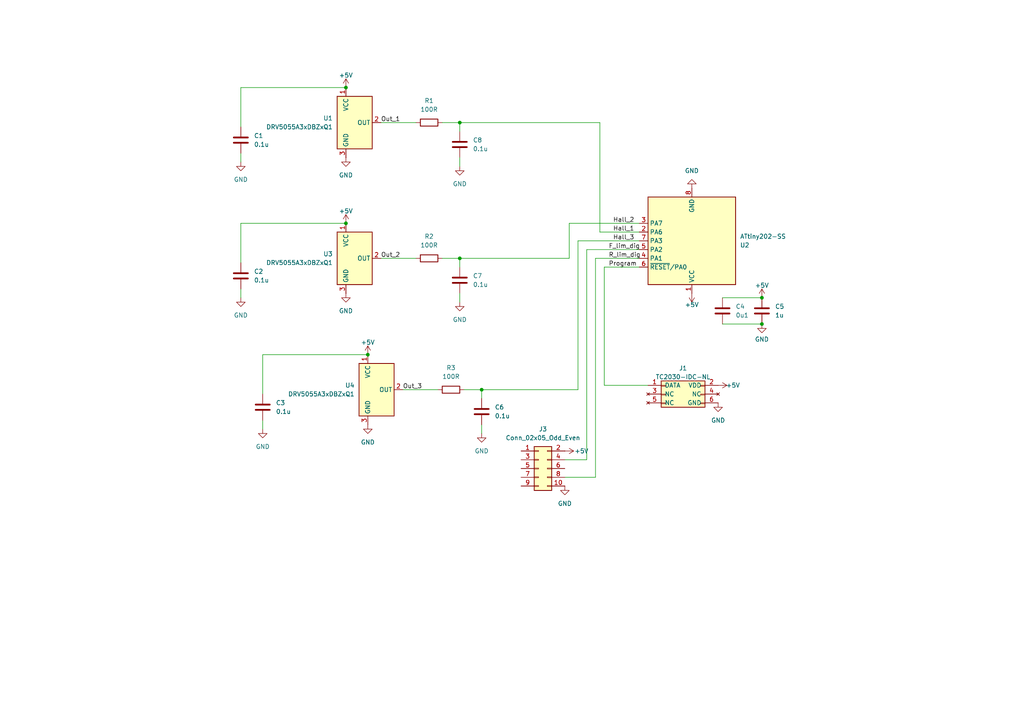
<source format=kicad_sch>
(kicad_sch
	(version 20231120)
	(generator "eeschema")
	(generator_version "8.0")
	(uuid "6b759ffc-4d82-4e7c-98a8-b6ce5a413782")
	(paper "A4")
	(title_block
		(title "Limit Switch PCB")
		(company "RSX")
	)
	(lib_symbols
		(symbol "Connector_Generic:Conn_02x05_Odd_Even"
			(pin_names
				(offset 1.016) hide)
			(exclude_from_sim no)
			(in_bom yes)
			(on_board yes)
			(property "Reference" "J"
				(at 1.27 7.62 0)
				(effects
					(font
						(size 1.27 1.27)
					)
				)
			)
			(property "Value" "Conn_02x05_Odd_Even"
				(at 1.27 -7.62 0)
				(effects
					(font
						(size 1.27 1.27)
					)
				)
			)
			(property "Footprint" ""
				(at 0 0 0)
				(effects
					(font
						(size 1.27 1.27)
					)
					(hide yes)
				)
			)
			(property "Datasheet" "~"
				(at 0 0 0)
				(effects
					(font
						(size 1.27 1.27)
					)
					(hide yes)
				)
			)
			(property "Description" "Generic connector, double row, 02x05, odd/even pin numbering scheme (row 1 odd numbers, row 2 even numbers), script generated (kicad-library-utils/schlib/autogen/connector/)"
				(at 0 0 0)
				(effects
					(font
						(size 1.27 1.27)
					)
					(hide yes)
				)
			)
			(property "ki_keywords" "connector"
				(at 0 0 0)
				(effects
					(font
						(size 1.27 1.27)
					)
					(hide yes)
				)
			)
			(property "ki_fp_filters" "Connector*:*_2x??_*"
				(at 0 0 0)
				(effects
					(font
						(size 1.27 1.27)
					)
					(hide yes)
				)
			)
			(symbol "Conn_02x05_Odd_Even_1_1"
				(rectangle
					(start -1.27 -4.953)
					(end 0 -5.207)
					(stroke
						(width 0.1524)
						(type default)
					)
					(fill
						(type none)
					)
				)
				(rectangle
					(start -1.27 -2.413)
					(end 0 -2.667)
					(stroke
						(width 0.1524)
						(type default)
					)
					(fill
						(type none)
					)
				)
				(rectangle
					(start -1.27 0.127)
					(end 0 -0.127)
					(stroke
						(width 0.1524)
						(type default)
					)
					(fill
						(type none)
					)
				)
				(rectangle
					(start -1.27 2.667)
					(end 0 2.413)
					(stroke
						(width 0.1524)
						(type default)
					)
					(fill
						(type none)
					)
				)
				(rectangle
					(start -1.27 5.207)
					(end 0 4.953)
					(stroke
						(width 0.1524)
						(type default)
					)
					(fill
						(type none)
					)
				)
				(rectangle
					(start -1.27 6.35)
					(end 3.81 -6.35)
					(stroke
						(width 0.254)
						(type default)
					)
					(fill
						(type background)
					)
				)
				(rectangle
					(start 3.81 -4.953)
					(end 2.54 -5.207)
					(stroke
						(width 0.1524)
						(type default)
					)
					(fill
						(type none)
					)
				)
				(rectangle
					(start 3.81 -2.413)
					(end 2.54 -2.667)
					(stroke
						(width 0.1524)
						(type default)
					)
					(fill
						(type none)
					)
				)
				(rectangle
					(start 3.81 0.127)
					(end 2.54 -0.127)
					(stroke
						(width 0.1524)
						(type default)
					)
					(fill
						(type none)
					)
				)
				(rectangle
					(start 3.81 2.667)
					(end 2.54 2.413)
					(stroke
						(width 0.1524)
						(type default)
					)
					(fill
						(type none)
					)
				)
				(rectangle
					(start 3.81 5.207)
					(end 2.54 4.953)
					(stroke
						(width 0.1524)
						(type default)
					)
					(fill
						(type none)
					)
				)
				(pin passive line
					(at -5.08 5.08 0)
					(length 3.81)
					(name "Pin_1"
						(effects
							(font
								(size 1.27 1.27)
							)
						)
					)
					(number "1"
						(effects
							(font
								(size 1.27 1.27)
							)
						)
					)
				)
				(pin passive line
					(at 7.62 -5.08 180)
					(length 3.81)
					(name "Pin_10"
						(effects
							(font
								(size 1.27 1.27)
							)
						)
					)
					(number "10"
						(effects
							(font
								(size 1.27 1.27)
							)
						)
					)
				)
				(pin passive line
					(at 7.62 5.08 180)
					(length 3.81)
					(name "Pin_2"
						(effects
							(font
								(size 1.27 1.27)
							)
						)
					)
					(number "2"
						(effects
							(font
								(size 1.27 1.27)
							)
						)
					)
				)
				(pin passive line
					(at -5.08 2.54 0)
					(length 3.81)
					(name "Pin_3"
						(effects
							(font
								(size 1.27 1.27)
							)
						)
					)
					(number "3"
						(effects
							(font
								(size 1.27 1.27)
							)
						)
					)
				)
				(pin passive line
					(at 7.62 2.54 180)
					(length 3.81)
					(name "Pin_4"
						(effects
							(font
								(size 1.27 1.27)
							)
						)
					)
					(number "4"
						(effects
							(font
								(size 1.27 1.27)
							)
						)
					)
				)
				(pin passive line
					(at -5.08 0 0)
					(length 3.81)
					(name "Pin_5"
						(effects
							(font
								(size 1.27 1.27)
							)
						)
					)
					(number "5"
						(effects
							(font
								(size 1.27 1.27)
							)
						)
					)
				)
				(pin passive line
					(at 7.62 0 180)
					(length 3.81)
					(name "Pin_6"
						(effects
							(font
								(size 1.27 1.27)
							)
						)
					)
					(number "6"
						(effects
							(font
								(size 1.27 1.27)
							)
						)
					)
				)
				(pin passive line
					(at -5.08 -2.54 0)
					(length 3.81)
					(name "Pin_7"
						(effects
							(font
								(size 1.27 1.27)
							)
						)
					)
					(number "7"
						(effects
							(font
								(size 1.27 1.27)
							)
						)
					)
				)
				(pin passive line
					(at 7.62 -2.54 180)
					(length 3.81)
					(name "Pin_8"
						(effects
							(font
								(size 1.27 1.27)
							)
						)
					)
					(number "8"
						(effects
							(font
								(size 1.27 1.27)
							)
						)
					)
				)
				(pin passive line
					(at -5.08 -5.08 0)
					(length 3.81)
					(name "Pin_9"
						(effects
							(font
								(size 1.27 1.27)
							)
						)
					)
					(number "9"
						(effects
							(font
								(size 1.27 1.27)
							)
						)
					)
				)
			)
		)
		(symbol "Device:C"
			(pin_numbers hide)
			(pin_names
				(offset 0.254)
			)
			(exclude_from_sim no)
			(in_bom yes)
			(on_board yes)
			(property "Reference" "C"
				(at 0.635 2.54 0)
				(effects
					(font
						(size 1.27 1.27)
					)
					(justify left)
				)
			)
			(property "Value" "C"
				(at 0.635 -2.54 0)
				(effects
					(font
						(size 1.27 1.27)
					)
					(justify left)
				)
			)
			(property "Footprint" ""
				(at 0.9652 -3.81 0)
				(effects
					(font
						(size 1.27 1.27)
					)
					(hide yes)
				)
			)
			(property "Datasheet" "~"
				(at 0 0 0)
				(effects
					(font
						(size 1.27 1.27)
					)
					(hide yes)
				)
			)
			(property "Description" "Unpolarized capacitor"
				(at 0 0 0)
				(effects
					(font
						(size 1.27 1.27)
					)
					(hide yes)
				)
			)
			(property "ki_keywords" "cap capacitor"
				(at 0 0 0)
				(effects
					(font
						(size 1.27 1.27)
					)
					(hide yes)
				)
			)
			(property "ki_fp_filters" "C_*"
				(at 0 0 0)
				(effects
					(font
						(size 1.27 1.27)
					)
					(hide yes)
				)
			)
			(symbol "C_0_1"
				(polyline
					(pts
						(xy -2.032 -0.762) (xy 2.032 -0.762)
					)
					(stroke
						(width 0.508)
						(type default)
					)
					(fill
						(type none)
					)
				)
				(polyline
					(pts
						(xy -2.032 0.762) (xy 2.032 0.762)
					)
					(stroke
						(width 0.508)
						(type default)
					)
					(fill
						(type none)
					)
				)
			)
			(symbol "C_1_1"
				(pin passive line
					(at 0 3.81 270)
					(length 2.794)
					(name "~"
						(effects
							(font
								(size 1.27 1.27)
							)
						)
					)
					(number "1"
						(effects
							(font
								(size 1.27 1.27)
							)
						)
					)
				)
				(pin passive line
					(at 0 -3.81 90)
					(length 2.794)
					(name "~"
						(effects
							(font
								(size 1.27 1.27)
							)
						)
					)
					(number "2"
						(effects
							(font
								(size 1.27 1.27)
							)
						)
					)
				)
			)
		)
		(symbol "Device:R"
			(pin_numbers hide)
			(pin_names
				(offset 0)
			)
			(exclude_from_sim no)
			(in_bom yes)
			(on_board yes)
			(property "Reference" "R"
				(at 2.032 0 90)
				(effects
					(font
						(size 1.27 1.27)
					)
				)
			)
			(property "Value" "R"
				(at 0 0 90)
				(effects
					(font
						(size 1.27 1.27)
					)
				)
			)
			(property "Footprint" ""
				(at -1.778 0 90)
				(effects
					(font
						(size 1.27 1.27)
					)
					(hide yes)
				)
			)
			(property "Datasheet" "~"
				(at 0 0 0)
				(effects
					(font
						(size 1.27 1.27)
					)
					(hide yes)
				)
			)
			(property "Description" "Resistor"
				(at 0 0 0)
				(effects
					(font
						(size 1.27 1.27)
					)
					(hide yes)
				)
			)
			(property "ki_keywords" "R res resistor"
				(at 0 0 0)
				(effects
					(font
						(size 1.27 1.27)
					)
					(hide yes)
				)
			)
			(property "ki_fp_filters" "R_*"
				(at 0 0 0)
				(effects
					(font
						(size 1.27 1.27)
					)
					(hide yes)
				)
			)
			(symbol "R_0_1"
				(rectangle
					(start -1.016 -2.54)
					(end 1.016 2.54)
					(stroke
						(width 0.254)
						(type default)
					)
					(fill
						(type none)
					)
				)
			)
			(symbol "R_1_1"
				(pin passive line
					(at 0 3.81 270)
					(length 1.27)
					(name "~"
						(effects
							(font
								(size 1.27 1.27)
							)
						)
					)
					(number "1"
						(effects
							(font
								(size 1.27 1.27)
							)
						)
					)
				)
				(pin passive line
					(at 0 -3.81 90)
					(length 1.27)
					(name "~"
						(effects
							(font
								(size 1.27 1.27)
							)
						)
					)
					(number "2"
						(effects
							(font
								(size 1.27 1.27)
							)
						)
					)
				)
			)
		)
		(symbol "MCU_Microchip_ATtiny:ATtiny202-SS"
			(exclude_from_sim no)
			(in_bom yes)
			(on_board yes)
			(property "Reference" "U"
				(at -12.7 13.97 0)
				(effects
					(font
						(size 1.27 1.27)
					)
					(justify left bottom)
				)
			)
			(property "Value" "ATtiny202-SS"
				(at 2.54 -13.97 0)
				(effects
					(font
						(size 1.27 1.27)
					)
					(justify left top)
				)
			)
			(property "Footprint" "Package_SO:SOIC-8_3.9x4.9mm_P1.27mm"
				(at 0 0 0)
				(effects
					(font
						(size 1.27 1.27)
						(italic yes)
					)
					(hide yes)
				)
			)
			(property "Datasheet" "http://ww1.microchip.com/downloads/en/DeviceDoc/ATtiny202-402-AVR-MCU-with-Core-Independent-Peripherals_and-picoPower-40001969A.pdf"
				(at 0 0 0)
				(effects
					(font
						(size 1.27 1.27)
					)
					(hide yes)
				)
			)
			(property "Description" "20MHz, 2kB Flash, 128B SRAM, 64B EEPROM, SOIC-8"
				(at 0 0 0)
				(effects
					(font
						(size 1.27 1.27)
					)
					(hide yes)
				)
			)
			(property "ki_keywords" "AVR 8bit Microcontroller tinyAVR"
				(at 0 0 0)
				(effects
					(font
						(size 1.27 1.27)
					)
					(hide yes)
				)
			)
			(property "ki_fp_filters" "SOIC*3.9x4.9mm*P1.27mm*"
				(at 0 0 0)
				(effects
					(font
						(size 1.27 1.27)
					)
					(hide yes)
				)
			)
			(symbol "ATtiny202-SS_0_1"
				(rectangle
					(start -12.7 -12.7)
					(end 12.7 12.7)
					(stroke
						(width 0.254)
						(type default)
					)
					(fill
						(type background)
					)
				)
			)
			(symbol "ATtiny202-SS_1_1"
				(pin power_in line
					(at 0 15.24 270)
					(length 2.54)
					(name "VCC"
						(effects
							(font
								(size 1.27 1.27)
							)
						)
					)
					(number "1"
						(effects
							(font
								(size 1.27 1.27)
							)
						)
					)
				)
				(pin bidirectional line
					(at 15.24 -2.54 180)
					(length 2.54)
					(name "PA6"
						(effects
							(font
								(size 1.27 1.27)
							)
						)
					)
					(number "2"
						(effects
							(font
								(size 1.27 1.27)
							)
						)
					)
				)
				(pin bidirectional line
					(at 15.24 -5.08 180)
					(length 2.54)
					(name "PA7"
						(effects
							(font
								(size 1.27 1.27)
							)
						)
					)
					(number "3"
						(effects
							(font
								(size 1.27 1.27)
							)
						)
					)
				)
				(pin bidirectional line
					(at 15.24 5.08 180)
					(length 2.54)
					(name "PA1"
						(effects
							(font
								(size 1.27 1.27)
							)
						)
					)
					(number "4"
						(effects
							(font
								(size 1.27 1.27)
							)
						)
					)
				)
				(pin bidirectional line
					(at 15.24 2.54 180)
					(length 2.54)
					(name "PA2"
						(effects
							(font
								(size 1.27 1.27)
							)
						)
					)
					(number "5"
						(effects
							(font
								(size 1.27 1.27)
							)
						)
					)
				)
				(pin bidirectional line
					(at 15.24 7.62 180)
					(length 2.54)
					(name "~{RESET}/PA0"
						(effects
							(font
								(size 1.27 1.27)
							)
						)
					)
					(number "6"
						(effects
							(font
								(size 1.27 1.27)
							)
						)
					)
				)
				(pin bidirectional line
					(at 15.24 0 180)
					(length 2.54)
					(name "PA3"
						(effects
							(font
								(size 1.27 1.27)
							)
						)
					)
					(number "7"
						(effects
							(font
								(size 1.27 1.27)
							)
						)
					)
				)
				(pin power_in line
					(at 0 -15.24 90)
					(length 2.54)
					(name "GND"
						(effects
							(font
								(size 1.27 1.27)
							)
						)
					)
					(number "8"
						(effects
							(font
								(size 1.27 1.27)
							)
						)
					)
				)
			)
		)
		(symbol "Sensor_Magnetic:DRV5055A3xDBZxQ1"
			(exclude_from_sim no)
			(in_bom yes)
			(on_board yes)
			(property "Reference" "U"
				(at 2.54 12.7 0)
				(effects
					(font
						(size 1.27 1.27)
					)
				)
			)
			(property "Value" "DRV5055A3xDBZxQ1"
				(at 2.54 10.16 0)
				(effects
					(font
						(size 1.27 1.27)
					)
				)
			)
			(property "Footprint" "Package_TO_SOT_SMD:SOT-23"
				(at 0 0 0)
				(effects
					(font
						(size 1.27 1.27)
					)
					(hide yes)
				)
			)
			(property "Datasheet" "https://www.ti.com/lit/ds/symlink/drv5055-q1.pdf"
				(at 0 0 0)
				(effects
					(font
						(size 1.27 1.27)
					)
					(hide yes)
				)
			)
			(property "Description" "25 mV/mT,±85-mT, 20-kHz, 3.3/5V, SOT-23"
				(at 0 0 0)
				(effects
					(font
						(size 1.27 1.27)
					)
					(hide yes)
				)
			)
			(property "ki_keywords" "Automotive Ratiometric Linear Hall Effect Sensor AEC-Q100"
				(at 0 0 0)
				(effects
					(font
						(size 1.27 1.27)
					)
					(hide yes)
				)
			)
			(property "ki_fp_filters" "SOT?23*"
				(at 0 0 0)
				(effects
					(font
						(size 1.27 1.27)
					)
					(hide yes)
				)
			)
			(symbol "DRV5055A3xDBZxQ1_1_1"
				(rectangle
					(start -5.08 7.62)
					(end 5.08 -7.62)
					(stroke
						(width 0.254)
						(type default)
					)
					(fill
						(type background)
					)
				)
				(pin power_in line
					(at -2.54 10.16 270)
					(length 2.54)
					(name "VCC"
						(effects
							(font
								(size 1.27 1.27)
							)
						)
					)
					(number "1"
						(effects
							(font
								(size 1.27 1.27)
							)
						)
					)
				)
				(pin output line
					(at 7.62 0 180)
					(length 2.54)
					(name "OUT"
						(effects
							(font
								(size 1.27 1.27)
							)
						)
					)
					(number "2"
						(effects
							(font
								(size 1.27 1.27)
							)
						)
					)
				)
				(pin power_in line
					(at -2.54 -10.16 90)
					(length 2.54)
					(name "GND"
						(effects
							(font
								(size 1.27 1.27)
							)
						)
					)
					(number "3"
						(effects
							(font
								(size 1.27 1.27)
							)
						)
					)
				)
			)
		)
		(symbol "e-zinc_kicad_sym6:TC2030-IDC-NL"
			(pin_names
				(offset 1.016)
			)
			(exclude_from_sim no)
			(in_bom yes)
			(on_board yes)
			(property "Reference" "J"
				(at 1.27 5.08 0)
				(effects
					(font
						(size 1.27 1.27)
					)
				)
			)
			(property "Value" "TC2030-IDC-NL"
				(at 1.27 -5.08 0)
				(effects
					(font
						(size 1.27 1.27)
					)
				)
			)
			(property "Footprint" "mylib:TC2030-IDC-NL"
				(at 0 0 0)
				(effects
					(font
						(size 1.27 1.27)
					)
					(hide yes)
				)
			)
			(property "Datasheet" "~"
				(at 0 0 0)
				(effects
					(font
						(size 1.27 1.27)
					)
					(hide yes)
				)
			)
			(property "Description" "Generic connector, double row, 02x03, odd/even pin numbering scheme (row 1 odd numbers, row 2 even numbers), script generated (kicad-library-utils/schlib/autogen/connector/)"
				(at 0 0 0)
				(effects
					(font
						(size 1.27 1.27)
					)
					(hide yes)
				)
			)
			(property "ki_keywords" "connector"
				(at 0 0 0)
				(effects
					(font
						(size 1.27 1.27)
					)
					(hide yes)
				)
			)
			(property "ki_fp_filters" "Connector*:*_2x??_*"
				(at 0 0 0)
				(effects
					(font
						(size 1.27 1.27)
					)
					(hide yes)
				)
			)
			(symbol "TC2030-IDC-NL_1_1"
				(rectangle
					(start -6.35 -2.54)
					(end -5.08 -2.794)
					(stroke
						(width 0.1524)
						(type default)
					)
					(fill
						(type none)
					)
				)
				(rectangle
					(start -6.35 0)
					(end -5.08 -0.254)
					(stroke
						(width 0.1524)
						(type default)
					)
					(fill
						(type none)
					)
				)
				(rectangle
					(start -6.35 2.54)
					(end -5.08 2.286)
					(stroke
						(width 0.1524)
						(type default)
					)
					(fill
						(type none)
					)
				)
				(rectangle
					(start -6.35 3.81)
					(end 6.35 -3.81)
					(stroke
						(width 0.254)
						(type default)
					)
					(fill
						(type background)
					)
				)
				(rectangle
					(start 6.35 -2.54)
					(end 5.08 -2.794)
					(stroke
						(width 0.1524)
						(type default)
					)
					(fill
						(type none)
					)
				)
				(rectangle
					(start 6.35 0)
					(end 5.08 -0.254)
					(stroke
						(width 0.1524)
						(type default)
					)
					(fill
						(type none)
					)
				)
				(rectangle
					(start 6.35 2.54)
					(end 5.08 2.286)
					(stroke
						(width 0.1524)
						(type default)
					)
					(fill
						(type none)
					)
				)
				(pin passive line
					(at -10.16 2.54 0)
					(length 3.81)
					(name "DATA"
						(effects
							(font
								(size 1.27 1.27)
							)
						)
					)
					(number "1"
						(effects
							(font
								(size 1.27 1.27)
							)
						)
					)
				)
				(pin passive line
					(at 10.16 2.54 180)
					(length 3.81)
					(name "VDD"
						(effects
							(font
								(size 1.27 1.27)
							)
						)
					)
					(number "2"
						(effects
							(font
								(size 1.27 1.27)
							)
						)
					)
				)
				(pin no_connect line
					(at -10.16 0 0)
					(length 3.81)
					(name "NC"
						(effects
							(font
								(size 1.27 1.27)
							)
						)
					)
					(number "3"
						(effects
							(font
								(size 1.27 1.27)
							)
						)
					)
				)
				(pin no_connect line
					(at 10.16 0 180)
					(length 3.81)
					(name "NC"
						(effects
							(font
								(size 1.27 1.27)
							)
						)
					)
					(number "4"
						(effects
							(font
								(size 1.27 1.27)
							)
						)
					)
				)
				(pin no_connect line
					(at -10.16 -2.54 0)
					(length 3.81)
					(name "NC"
						(effects
							(font
								(size 1.27 1.27)
							)
						)
					)
					(number "5"
						(effects
							(font
								(size 1.27 1.27)
							)
						)
					)
				)
				(pin passive line
					(at 10.16 -2.54 180)
					(length 3.81)
					(name "GND"
						(effects
							(font
								(size 1.27 1.27)
							)
						)
					)
					(number "6"
						(effects
							(font
								(size 1.27 1.27)
							)
						)
					)
				)
			)
		)
		(symbol "power:+5V"
			(power)
			(pin_numbers hide)
			(pin_names
				(offset 0) hide)
			(exclude_from_sim no)
			(in_bom yes)
			(on_board yes)
			(property "Reference" "#PWR"
				(at 0 -3.81 0)
				(effects
					(font
						(size 1.27 1.27)
					)
					(hide yes)
				)
			)
			(property "Value" "+5V"
				(at 0 3.556 0)
				(effects
					(font
						(size 1.27 1.27)
					)
				)
			)
			(property "Footprint" ""
				(at 0 0 0)
				(effects
					(font
						(size 1.27 1.27)
					)
					(hide yes)
				)
			)
			(property "Datasheet" ""
				(at 0 0 0)
				(effects
					(font
						(size 1.27 1.27)
					)
					(hide yes)
				)
			)
			(property "Description" "Power symbol creates a global label with name \"+5V\""
				(at 0 0 0)
				(effects
					(font
						(size 1.27 1.27)
					)
					(hide yes)
				)
			)
			(property "ki_keywords" "global power"
				(at 0 0 0)
				(effects
					(font
						(size 1.27 1.27)
					)
					(hide yes)
				)
			)
			(symbol "+5V_0_1"
				(polyline
					(pts
						(xy -0.762 1.27) (xy 0 2.54)
					)
					(stroke
						(width 0)
						(type default)
					)
					(fill
						(type none)
					)
				)
				(polyline
					(pts
						(xy 0 0) (xy 0 2.54)
					)
					(stroke
						(width 0)
						(type default)
					)
					(fill
						(type none)
					)
				)
				(polyline
					(pts
						(xy 0 2.54) (xy 0.762 1.27)
					)
					(stroke
						(width 0)
						(type default)
					)
					(fill
						(type none)
					)
				)
			)
			(symbol "+5V_1_1"
				(pin power_in line
					(at 0 0 90)
					(length 0)
					(name "~"
						(effects
							(font
								(size 1.27 1.27)
							)
						)
					)
					(number "1"
						(effects
							(font
								(size 1.27 1.27)
							)
						)
					)
				)
			)
		)
		(symbol "power:GND"
			(power)
			(pin_numbers hide)
			(pin_names
				(offset 0) hide)
			(exclude_from_sim no)
			(in_bom yes)
			(on_board yes)
			(property "Reference" "#PWR"
				(at 0 -6.35 0)
				(effects
					(font
						(size 1.27 1.27)
					)
					(hide yes)
				)
			)
			(property "Value" "GND"
				(at 0 -3.81 0)
				(effects
					(font
						(size 1.27 1.27)
					)
				)
			)
			(property "Footprint" ""
				(at 0 0 0)
				(effects
					(font
						(size 1.27 1.27)
					)
					(hide yes)
				)
			)
			(property "Datasheet" ""
				(at 0 0 0)
				(effects
					(font
						(size 1.27 1.27)
					)
					(hide yes)
				)
			)
			(property "Description" "Power symbol creates a global label with name \"GND\" , ground"
				(at 0 0 0)
				(effects
					(font
						(size 1.27 1.27)
					)
					(hide yes)
				)
			)
			(property "ki_keywords" "global power"
				(at 0 0 0)
				(effects
					(font
						(size 1.27 1.27)
					)
					(hide yes)
				)
			)
			(symbol "GND_0_1"
				(polyline
					(pts
						(xy 0 0) (xy 0 -1.27) (xy 1.27 -1.27) (xy 0 -2.54) (xy -1.27 -1.27) (xy 0 -1.27)
					)
					(stroke
						(width 0)
						(type default)
					)
					(fill
						(type none)
					)
				)
			)
			(symbol "GND_1_1"
				(pin power_in line
					(at 0 0 270)
					(length 0)
					(name "~"
						(effects
							(font
								(size 1.27 1.27)
							)
						)
					)
					(number "1"
						(effects
							(font
								(size 1.27 1.27)
							)
						)
					)
				)
			)
		)
	)
	(junction
		(at 220.98 86.36)
		(diameter 0)
		(color 0 0 0 0)
		(uuid "0c4f64eb-eabe-4749-adc3-04f39ee8f647")
	)
	(junction
		(at 133.35 35.56)
		(diameter 0)
		(color 0 0 0 0)
		(uuid "2e232df6-23b8-49ce-8a43-7ee3ccf339fc")
	)
	(junction
		(at 220.98 93.98)
		(diameter 0)
		(color 0 0 0 0)
		(uuid "3df0fb4d-b36c-4eeb-9152-360cc92bf7db")
	)
	(junction
		(at 100.33 64.77)
		(diameter 0)
		(color 0 0 0 0)
		(uuid "72c9e3d7-8c3b-43c9-b5f1-61d2940ea500")
	)
	(junction
		(at 139.7 113.03)
		(diameter 0)
		(color 0 0 0 0)
		(uuid "79aae1ba-bb78-45b3-8ade-cd75940cd991")
	)
	(junction
		(at 133.35 74.93)
		(diameter 0)
		(color 0 0 0 0)
		(uuid "a5342989-f17d-4fdc-901e-103797b69595")
	)
	(junction
		(at 106.68 102.87)
		(diameter 0)
		(color 0 0 0 0)
		(uuid "abf3b81f-1f3c-4d05-9db4-6c89fcda1762")
	)
	(junction
		(at 100.33 25.4)
		(diameter 0)
		(color 0 0 0 0)
		(uuid "d196e4bb-3ec5-4182-8e0a-46491e3a1046")
	)
	(wire
		(pts
			(xy 110.49 35.56) (xy 120.65 35.56)
		)
		(stroke
			(width 0)
			(type default)
		)
		(uuid "09b68547-b79f-49a5-95e3-c20e6b42b07c")
	)
	(wire
		(pts
			(xy 175.26 77.47) (xy 175.26 111.76)
		)
		(stroke
			(width 0)
			(type default)
		)
		(uuid "0bcbf062-bcfd-45c7-bf11-0ad31fe438d2")
	)
	(wire
		(pts
			(xy 133.35 74.93) (xy 133.35 77.47)
		)
		(stroke
			(width 0)
			(type default)
		)
		(uuid "0cae0ab6-40d4-4745-9444-f060f782c284")
	)
	(wire
		(pts
			(xy 172.72 138.43) (xy 163.83 138.43)
		)
		(stroke
			(width 0)
			(type default)
		)
		(uuid "1bf24e13-33cc-4861-8bb7-4619edb27a69")
	)
	(wire
		(pts
			(xy 165.1 74.93) (xy 165.1 64.77)
		)
		(stroke
			(width 0)
			(type default)
		)
		(uuid "1ee9bf32-09e4-405e-b523-9868960bd5d7")
	)
	(wire
		(pts
			(xy 133.35 87.63) (xy 133.35 85.09)
		)
		(stroke
			(width 0)
			(type default)
		)
		(uuid "1fe28c45-1466-4b54-9103-c2226193c3f8")
	)
	(wire
		(pts
			(xy 173.99 35.56) (xy 173.99 67.31)
		)
		(stroke
			(width 0)
			(type default)
		)
		(uuid "2b19f531-730d-4fd9-993a-22b50782725b")
	)
	(wire
		(pts
			(xy 170.18 133.35) (xy 163.83 133.35)
		)
		(stroke
			(width 0)
			(type default)
		)
		(uuid "2b744983-8385-43be-ab6f-84f093d3a6ba")
	)
	(wire
		(pts
			(xy 76.2 124.46) (xy 76.2 121.92)
		)
		(stroke
			(width 0)
			(type default)
		)
		(uuid "3b737255-503c-4fdc-a09c-390e3ab5a8c0")
	)
	(wire
		(pts
			(xy 100.33 64.77) (xy 69.85 64.77)
		)
		(stroke
			(width 0)
			(type default)
		)
		(uuid "47393185-94b9-4118-bdc9-e985b94918b2")
	)
	(wire
		(pts
			(xy 185.42 74.93) (xy 172.72 74.93)
		)
		(stroke
			(width 0)
			(type default)
		)
		(uuid "483d152b-c2c5-4e85-af64-b3103d392daa")
	)
	(wire
		(pts
			(xy 139.7 113.03) (xy 139.7 115.57)
		)
		(stroke
			(width 0)
			(type default)
		)
		(uuid "507aa85f-e20a-4a46-a3a5-924d2423a9be")
	)
	(wire
		(pts
			(xy 69.85 25.4) (xy 69.85 36.83)
		)
		(stroke
			(width 0)
			(type default)
		)
		(uuid "51a49687-4e3d-443c-b5b2-641b996ee991")
	)
	(wire
		(pts
			(xy 133.35 35.56) (xy 173.99 35.56)
		)
		(stroke
			(width 0)
			(type default)
		)
		(uuid "5fd7a173-2fde-408e-9691-0f8ad8882ac1")
	)
	(wire
		(pts
			(xy 172.72 74.93) (xy 172.72 138.43)
		)
		(stroke
			(width 0)
			(type default)
		)
		(uuid "624816c6-dc24-47c5-b95f-d1f6367ef165")
	)
	(wire
		(pts
			(xy 139.7 125.73) (xy 139.7 123.19)
		)
		(stroke
			(width 0)
			(type default)
		)
		(uuid "7e4a08c0-010e-4326-9aa6-af7d9fdceb6d")
	)
	(wire
		(pts
			(xy 209.55 86.36) (xy 220.98 86.36)
		)
		(stroke
			(width 0)
			(type default)
		)
		(uuid "876c2039-47cf-4a6b-a8d8-4db934053b68")
	)
	(wire
		(pts
			(xy 167.64 113.03) (xy 167.64 69.85)
		)
		(stroke
			(width 0)
			(type default)
		)
		(uuid "893c0b74-5654-432c-b30b-225f86c9474c")
	)
	(wire
		(pts
			(xy 76.2 102.87) (xy 76.2 114.3)
		)
		(stroke
			(width 0)
			(type default)
		)
		(uuid "9256fcc4-2955-42b2-b462-d451a8777a22")
	)
	(wire
		(pts
			(xy 133.35 74.93) (xy 165.1 74.93)
		)
		(stroke
			(width 0)
			(type default)
		)
		(uuid "932be8e0-796f-46d6-84fc-7b503f884b83")
	)
	(wire
		(pts
			(xy 165.1 64.77) (xy 185.42 64.77)
		)
		(stroke
			(width 0)
			(type default)
		)
		(uuid "973a70f6-541d-46dd-9557-1a6207782459")
	)
	(wire
		(pts
			(xy 175.26 111.76) (xy 187.96 111.76)
		)
		(stroke
			(width 0)
			(type default)
		)
		(uuid "97569bff-76fa-45db-b2be-898787280e67")
	)
	(wire
		(pts
			(xy 170.18 72.39) (xy 170.18 133.35)
		)
		(stroke
			(width 0)
			(type default)
		)
		(uuid "9d972487-3be3-4523-a04e-73a2981649ac")
	)
	(wire
		(pts
			(xy 134.62 113.03) (xy 139.7 113.03)
		)
		(stroke
			(width 0)
			(type default)
		)
		(uuid "9f646666-5011-4bd6-ba97-281c001fc193")
	)
	(wire
		(pts
			(xy 133.35 48.26) (xy 133.35 45.72)
		)
		(stroke
			(width 0)
			(type default)
		)
		(uuid "a688ac8b-d8c4-4222-9ba6-e7a86da9659b")
	)
	(wire
		(pts
			(xy 133.35 35.56) (xy 133.35 38.1)
		)
		(stroke
			(width 0)
			(type default)
		)
		(uuid "a7173361-772b-48d5-be19-80ded49af090")
	)
	(wire
		(pts
			(xy 69.85 64.77) (xy 69.85 76.2)
		)
		(stroke
			(width 0)
			(type default)
		)
		(uuid "a7809072-3d01-412c-975e-a6409b8cd8ed")
	)
	(wire
		(pts
			(xy 173.99 67.31) (xy 185.42 67.31)
		)
		(stroke
			(width 0)
			(type default)
		)
		(uuid "ad043822-d623-4991-941c-b15fb68493fb")
	)
	(wire
		(pts
			(xy 110.49 74.93) (xy 120.65 74.93)
		)
		(stroke
			(width 0)
			(type default)
		)
		(uuid "af6b7fcc-15da-4b7f-aef6-ec6994447f6c")
	)
	(wire
		(pts
			(xy 209.55 93.98) (xy 220.98 93.98)
		)
		(stroke
			(width 0)
			(type default)
		)
		(uuid "bf9a3cdd-0d41-4103-ad61-d1975c973216")
	)
	(wire
		(pts
			(xy 128.27 35.56) (xy 133.35 35.56)
		)
		(stroke
			(width 0)
			(type default)
		)
		(uuid "ccfdfe5e-7c9d-4ef5-87f6-ea99948cf40a")
	)
	(wire
		(pts
			(xy 167.64 69.85) (xy 185.42 69.85)
		)
		(stroke
			(width 0)
			(type default)
		)
		(uuid "d06c29a2-530a-4368-8e42-b1d7ce54e7e7")
	)
	(wire
		(pts
			(xy 185.42 72.39) (xy 170.18 72.39)
		)
		(stroke
			(width 0)
			(type default)
		)
		(uuid "d7e68a89-2c72-4ee4-9c1e-128da36db256")
	)
	(wire
		(pts
			(xy 139.7 113.03) (xy 167.64 113.03)
		)
		(stroke
			(width 0)
			(type default)
		)
		(uuid "dda3407e-c759-4216-9ec1-059634c41755")
	)
	(wire
		(pts
			(xy 128.27 74.93) (xy 133.35 74.93)
		)
		(stroke
			(width 0)
			(type default)
		)
		(uuid "e6d32fdc-ed32-41d9-9a08-8c2bf221dee0")
	)
	(wire
		(pts
			(xy 106.68 102.87) (xy 76.2 102.87)
		)
		(stroke
			(width 0)
			(type default)
		)
		(uuid "eabdb395-76e9-4f8b-9f5c-45c090b1ddbc")
	)
	(wire
		(pts
			(xy 69.85 86.36) (xy 69.85 83.82)
		)
		(stroke
			(width 0)
			(type default)
		)
		(uuid "ebfffaee-3268-476c-aa5e-7dd61a59ff47")
	)
	(wire
		(pts
			(xy 100.33 25.4) (xy 69.85 25.4)
		)
		(stroke
			(width 0)
			(type default)
		)
		(uuid "f285fe0e-387d-4f7f-84c9-bfc8c22f9806")
	)
	(wire
		(pts
			(xy 185.42 77.47) (xy 175.26 77.47)
		)
		(stroke
			(width 0)
			(type default)
		)
		(uuid "f480ca1b-0210-48e8-8f5b-cc0a5fff103b")
	)
	(wire
		(pts
			(xy 116.84 113.03) (xy 127 113.03)
		)
		(stroke
			(width 0)
			(type default)
		)
		(uuid "fa027006-af0c-406a-a534-b0f8930b7a20")
	)
	(wire
		(pts
			(xy 69.85 46.99) (xy 69.85 44.45)
		)
		(stroke
			(width 0)
			(type default)
		)
		(uuid "fb764afe-209e-46c7-a9a6-d76311391d52")
	)
	(label "F_lim_dig"
		(at 176.53 72.39 0)
		(fields_autoplaced yes)
		(effects
			(font
				(size 1.27 1.27)
			)
			(justify left bottom)
		)
		(uuid "1259c43c-8da4-41a8-81eb-58f9f9767997")
	)
	(label "R_lim_dig"
		(at 176.53 74.93 0)
		(fields_autoplaced yes)
		(effects
			(font
				(size 1.27 1.27)
			)
			(justify left bottom)
		)
		(uuid "32351193-16a5-42c0-96ce-1716b8e9ec09")
	)
	(label "Hall_1"
		(at 177.8 67.31 0)
		(fields_autoplaced yes)
		(effects
			(font
				(size 1.27 1.27)
			)
			(justify left bottom)
		)
		(uuid "39d8dbd1-7487-43e0-a5d5-b0d9cbb96317")
	)
	(label "Hall_2"
		(at 177.8 64.77 0)
		(fields_autoplaced yes)
		(effects
			(font
				(size 1.27 1.27)
			)
			(justify left bottom)
		)
		(uuid "41bd6314-1f50-4251-a0e9-7a1b4fa2c4e9")
	)
	(label "Out_1"
		(at 110.49 35.56 0)
		(fields_autoplaced yes)
		(effects
			(font
				(size 1.27 1.27)
			)
			(justify left bottom)
		)
		(uuid "79e4d90b-4145-41e4-8380-a23c6f0656ff")
	)
	(label "Program"
		(at 176.53 77.47 0)
		(fields_autoplaced yes)
		(effects
			(font
				(size 1.27 1.27)
			)
			(justify left bottom)
		)
		(uuid "ca785f65-819a-4115-a470-ede3d187f8c7")
	)
	(label "Out_2"
		(at 110.49 74.93 0)
		(fields_autoplaced yes)
		(effects
			(font
				(size 1.27 1.27)
			)
			(justify left bottom)
		)
		(uuid "ccfc1849-497e-4e07-8f73-1cb0f1067293")
	)
	(label "Hall_3"
		(at 177.8 69.85 0)
		(fields_autoplaced yes)
		(effects
			(font
				(size 1.27 1.27)
			)
			(justify left bottom)
		)
		(uuid "d9cd9d48-4c31-4021-ad40-5fc3edde8596")
	)
	(label "Out_3"
		(at 116.84 113.03 0)
		(fields_autoplaced yes)
		(effects
			(font
				(size 1.27 1.27)
			)
			(justify left bottom)
		)
		(uuid "ef37de7d-6d0e-46ca-b3fd-51cc8df480a2")
	)
	(symbol
		(lib_id "Device:C")
		(at 220.98 90.17 0)
		(unit 1)
		(exclude_from_sim no)
		(in_bom yes)
		(on_board yes)
		(dnp no)
		(fields_autoplaced yes)
		(uuid "07b0d2cd-79d2-4085-bac1-d344b78a26a1")
		(property "Reference" "C5"
			(at 224.79 88.8999 0)
			(effects
				(font
					(size 1.27 1.27)
				)
				(justify left)
			)
		)
		(property "Value" "1u"
			(at 224.79 91.4399 0)
			(effects
				(font
					(size 1.27 1.27)
				)
				(justify left)
			)
		)
		(property "Footprint" "Capacitor_SMD:C_0805_2012Metric"
			(at 221.9452 93.98 0)
			(effects
				(font
					(size 1.27 1.27)
				)
				(hide yes)
			)
		)
		(property "Datasheet" "~"
			(at 220.98 90.17 0)
			(effects
				(font
					(size 1.27 1.27)
				)
				(hide yes)
			)
		)
		(property "Description" "CAP CER 0.1UF 50V X7R 0805"
			(at 220.98 90.17 0)
			(effects
				(font
					(size 1.27 1.27)
				)
				(hide yes)
			)
		)
		(property "DPN" "478-1395-1-ND"
			(at 220.98 90.17 0)
			(effects
				(font
					(size 1.27 1.27)
				)
				(hide yes)
			)
		)
		(property "MPN" "08055C104KAT2A"
			(at 220.98 90.17 0)
			(effects
				(font
					(size 1.27 1.27)
				)
				(hide yes)
			)
		)
		(pin "1"
			(uuid "7d5febd6-8329-4cfd-ad4a-1acf5196407a")
		)
		(pin "2"
			(uuid "cb3c7ac5-d83a-4e01-b4f8-4e9420e77e88")
		)
		(instances
			(project "Hall Sensor Schematic"
				(path "/6b759ffc-4d82-4e7c-98a8-b6ce5a413782"
					(reference "C5")
					(unit 1)
				)
			)
		)
	)
	(symbol
		(lib_id "Device:R")
		(at 124.46 35.56 270)
		(unit 1)
		(exclude_from_sim no)
		(in_bom yes)
		(on_board yes)
		(dnp no)
		(fields_autoplaced yes)
		(uuid "0ea0ab04-9c26-47f0-a542-58eb9aba9b29")
		(property "Reference" "R1"
			(at 124.46 29.21 90)
			(effects
				(font
					(size 1.27 1.27)
				)
			)
		)
		(property "Value" "100R"
			(at 124.46 31.75 90)
			(effects
				(font
					(size 1.27 1.27)
				)
			)
		)
		(property "Footprint" "Resistor_SMD:R_0603_1608Metric"
			(at 124.46 33.782 90)
			(effects
				(font
					(size 1.27 1.27)
				)
				(hide yes)
			)
		)
		(property "Datasheet" "~"
			(at 124.46 35.56 0)
			(effects
				(font
					(size 1.27 1.27)
				)
				(hide yes)
			)
		)
		(property "Description" "Resistor"
			(at 124.46 35.56 0)
			(effects
				(font
					(size 1.27 1.27)
				)
				(hide yes)
			)
		)
		(pin "1"
			(uuid "8b263fb7-3391-4540-9396-442f421562cb")
		)
		(pin "2"
			(uuid "fa73fd94-2270-4dad-b59e-98dd557c658e")
		)
		(instances
			(project "Hall Sensor Schematic"
				(path "/6b759ffc-4d82-4e7c-98a8-b6ce5a413782"
					(reference "R1")
					(unit 1)
				)
			)
		)
	)
	(symbol
		(lib_id "power:GND")
		(at 133.35 48.26 0)
		(unit 1)
		(exclude_from_sim no)
		(in_bom yes)
		(on_board yes)
		(dnp no)
		(fields_autoplaced yes)
		(uuid "101c40d9-73d5-4042-86a0-81c2e06cecd9")
		(property "Reference" "#PWR020"
			(at 133.35 54.61 0)
			(effects
				(font
					(size 1.27 1.27)
				)
				(hide yes)
			)
		)
		(property "Value" "GND"
			(at 133.35 53.34 0)
			(effects
				(font
					(size 1.27 1.27)
				)
			)
		)
		(property "Footprint" ""
			(at 133.35 48.26 0)
			(effects
				(font
					(size 1.27 1.27)
				)
				(hide yes)
			)
		)
		(property "Datasheet" ""
			(at 133.35 48.26 0)
			(effects
				(font
					(size 1.27 1.27)
				)
				(hide yes)
			)
		)
		(property "Description" "Power symbol creates a global label with name \"GND\" , ground"
			(at 133.35 48.26 0)
			(effects
				(font
					(size 1.27 1.27)
				)
				(hide yes)
			)
		)
		(pin "1"
			(uuid "d8f26a4f-0d88-4855-ad11-61bc38a60196")
		)
		(instances
			(project "Hall Sensor Schematic"
				(path "/6b759ffc-4d82-4e7c-98a8-b6ce5a413782"
					(reference "#PWR020")
					(unit 1)
				)
			)
		)
	)
	(symbol
		(lib_id "Device:C")
		(at 133.35 81.28 0)
		(unit 1)
		(exclude_from_sim no)
		(in_bom yes)
		(on_board yes)
		(dnp no)
		(fields_autoplaced yes)
		(uuid "1462ab17-8aec-4b91-a13c-26c099a99181")
		(property "Reference" "C7"
			(at 137.16 80.0099 0)
			(effects
				(font
					(size 1.27 1.27)
				)
				(justify left)
			)
		)
		(property "Value" "0.1u"
			(at 137.16 82.5499 0)
			(effects
				(font
					(size 1.27 1.27)
				)
				(justify left)
			)
		)
		(property "Footprint" "Capacitor_SMD:C_0603_1608Metric"
			(at 134.3152 85.09 0)
			(effects
				(font
					(size 1.27 1.27)
				)
				(hide yes)
			)
		)
		(property "Datasheet" "~"
			(at 133.35 81.28 0)
			(effects
				(font
					(size 1.27 1.27)
				)
				(hide yes)
			)
		)
		(property "Description" "Unpolarized capacitor"
			(at 133.35 81.28 0)
			(effects
				(font
					(size 1.27 1.27)
				)
				(hide yes)
			)
		)
		(pin "2"
			(uuid "f37532c2-b097-44a2-9a14-a1687068ba83")
		)
		(pin "1"
			(uuid "ae8e63a0-b7bb-4611-939e-0da9a7fc6b4a")
		)
		(instances
			(project "Hall Sensor Schematic"
				(path "/6b759ffc-4d82-4e7c-98a8-b6ce5a413782"
					(reference "C7")
					(unit 1)
				)
			)
		)
	)
	(symbol
		(lib_id "power:+5V")
		(at 208.28 111.76 270)
		(unit 1)
		(exclude_from_sim no)
		(in_bom yes)
		(on_board yes)
		(dnp no)
		(uuid "1caf6e3e-5d7c-4e6c-a0a0-6b2e22c392f0")
		(property "Reference" "#PWR011"
			(at 204.47 111.76 0)
			(effects
				(font
					(size 1.27 1.27)
				)
				(hide yes)
			)
		)
		(property "Value" "+5V"
			(at 212.598 111.76 90)
			(effects
				(font
					(size 1.27 1.27)
				)
			)
		)
		(property "Footprint" ""
			(at 208.28 111.76 0)
			(effects
				(font
					(size 1.27 1.27)
				)
				(hide yes)
			)
		)
		(property "Datasheet" ""
			(at 208.28 111.76 0)
			(effects
				(font
					(size 1.27 1.27)
				)
				(hide yes)
			)
		)
		(property "Description" "Power symbol creates a global label with name \"+5V\""
			(at 208.28 111.76 0)
			(effects
				(font
					(size 1.27 1.27)
				)
				(hide yes)
			)
		)
		(pin "1"
			(uuid "a43568eb-3700-4f62-90f2-2ff6da1ebc07")
		)
		(instances
			(project "Hall Sensor Schematic"
				(path "/6b759ffc-4d82-4e7c-98a8-b6ce5a413782"
					(reference "#PWR011")
					(unit 1)
				)
			)
		)
	)
	(symbol
		(lib_id "Device:C")
		(at 69.85 40.64 0)
		(unit 1)
		(exclude_from_sim no)
		(in_bom yes)
		(on_board yes)
		(dnp no)
		(fields_autoplaced yes)
		(uuid "1e1803d9-4bcf-46c5-888d-c920e92380ac")
		(property "Reference" "C1"
			(at 73.66 39.3699 0)
			(effects
				(font
					(size 1.27 1.27)
				)
				(justify left)
			)
		)
		(property "Value" "0.1u"
			(at 73.66 41.9099 0)
			(effects
				(font
					(size 1.27 1.27)
				)
				(justify left)
			)
		)
		(property "Footprint" "Capacitor_SMD:C_0603_1608Metric"
			(at 70.8152 44.45 0)
			(effects
				(font
					(size 1.27 1.27)
				)
				(hide yes)
			)
		)
		(property "Datasheet" "~"
			(at 69.85 40.64 0)
			(effects
				(font
					(size 1.27 1.27)
				)
				(hide yes)
			)
		)
		(property "Description" "Unpolarized capacitor"
			(at 69.85 40.64 0)
			(effects
				(font
					(size 1.27 1.27)
				)
				(hide yes)
			)
		)
		(pin "2"
			(uuid "1db4c0e5-3e40-4837-b393-7369d8cdc7cf")
		)
		(pin "1"
			(uuid "301c7248-ea26-4ad0-99c3-b73cd40eb717")
		)
		(instances
			(project "Hall Sensor Schematic"
				(path "/6b759ffc-4d82-4e7c-98a8-b6ce5a413782"
					(reference "C1")
					(unit 1)
				)
			)
		)
	)
	(symbol
		(lib_id "power:GND")
		(at 133.35 87.63 0)
		(unit 1)
		(exclude_from_sim no)
		(in_bom yes)
		(on_board yes)
		(dnp no)
		(fields_autoplaced yes)
		(uuid "2b3deb17-e683-4bc6-b72e-7572d6a97504")
		(property "Reference" "#PWR019"
			(at 133.35 93.98 0)
			(effects
				(font
					(size 1.27 1.27)
				)
				(hide yes)
			)
		)
		(property "Value" "GND"
			(at 133.35 92.71 0)
			(effects
				(font
					(size 1.27 1.27)
				)
			)
		)
		(property "Footprint" ""
			(at 133.35 87.63 0)
			(effects
				(font
					(size 1.27 1.27)
				)
				(hide yes)
			)
		)
		(property "Datasheet" ""
			(at 133.35 87.63 0)
			(effects
				(font
					(size 1.27 1.27)
				)
				(hide yes)
			)
		)
		(property "Description" "Power symbol creates a global label with name \"GND\" , ground"
			(at 133.35 87.63 0)
			(effects
				(font
					(size 1.27 1.27)
				)
				(hide yes)
			)
		)
		(pin "1"
			(uuid "b64d3acf-6bc0-4a04-b74f-fe8fcaf78dd6")
		)
		(instances
			(project "Hall Sensor Schematic"
				(path "/6b759ffc-4d82-4e7c-98a8-b6ce5a413782"
					(reference "#PWR019")
					(unit 1)
				)
			)
		)
	)
	(symbol
		(lib_id "Connector_Generic:Conn_02x05_Odd_Even")
		(at 156.21 135.89 0)
		(unit 1)
		(exclude_from_sim no)
		(in_bom yes)
		(on_board yes)
		(dnp no)
		(fields_autoplaced yes)
		(uuid "2c214905-4e67-4e5d-87e8-e2faa31bde28")
		(property "Reference" "J3"
			(at 157.48 124.46 0)
			(effects
				(font
					(size 1.27 1.27)
				)
			)
		)
		(property "Value" "Conn_02x05_Odd_Even"
			(at 157.48 127 0)
			(effects
				(font
					(size 1.27 1.27)
				)
			)
		)
		(property "Footprint" "myLib:Half_Pitch_IDC_2x5"
			(at 156.21 135.89 0)
			(effects
				(font
					(size 1.27 1.27)
				)
				(hide yes)
			)
		)
		(property "Datasheet" "~"
			(at 156.21 135.89 0)
			(effects
				(font
					(size 1.27 1.27)
				)
				(hide yes)
			)
		)
		(property "Description" "Generic connector, double row, 02x05, odd/even pin numbering scheme (row 1 odd numbers, row 2 even numbers), script generated (kicad-library-utils/schlib/autogen/connector/)"
			(at 156.21 135.89 0)
			(effects
				(font
					(size 1.27 1.27)
				)
				(hide yes)
			)
		)
		(pin "1"
			(uuid "07fc94c4-d22f-4684-9ec5-fb0a692240af")
		)
		(pin "3"
			(uuid "449f57d4-9bee-4e76-bbcb-f201243ccfce")
		)
		(pin "7"
			(uuid "509fa16d-a577-4ee1-a9ba-51e3e23a7c0d")
		)
		(pin "5"
			(uuid "ea443ef7-955c-4562-9ee2-44168098190a")
		)
		(pin "10"
			(uuid "2485d546-f75c-4e5f-9665-383c67491c82")
		)
		(pin "4"
			(uuid "bdd3ddec-31dd-431d-bb3a-d5e61dd50924")
		)
		(pin "6"
			(uuid "b61f88da-b0a7-4434-9f48-6e27d95b697f")
		)
		(pin "9"
			(uuid "ac074f7b-bbde-49ad-a942-3806157bb8e1")
		)
		(pin "2"
			(uuid "7c7232ef-3d4e-4f3c-ab66-c278be1c132e")
		)
		(pin "8"
			(uuid "37ce5205-47c8-4cf7-a169-5a8a6279c011")
		)
		(instances
			(project "Hall Sensor Schematic"
				(path "/6b759ffc-4d82-4e7c-98a8-b6ce5a413782"
					(reference "J3")
					(unit 1)
				)
			)
		)
	)
	(symbol
		(lib_id "Sensor_Magnetic:DRV5055A3xDBZxQ1")
		(at 102.87 74.93 0)
		(unit 1)
		(exclude_from_sim no)
		(in_bom yes)
		(on_board yes)
		(dnp no)
		(fields_autoplaced yes)
		(uuid "30e72131-eb47-4495-ad92-a71a29ace493")
		(property "Reference" "U3"
			(at 96.52 73.6599 0)
			(effects
				(font
					(size 1.27 1.27)
				)
				(justify right)
			)
		)
		(property "Value" "DRV5055A3xDBZxQ1"
			(at 96.52 76.1999 0)
			(effects
				(font
					(size 1.27 1.27)
				)
				(justify right)
			)
		)
		(property "Footprint" "Package_TO_SOT_SMD:SOT-23"
			(at 102.87 74.93 0)
			(effects
				(font
					(size 1.27 1.27)
				)
				(hide yes)
			)
		)
		(property "Datasheet" "https://www.ti.com/lit/ds/symlink/drv5055-q1.pdf"
			(at 102.87 74.93 0)
			(effects
				(font
					(size 1.27 1.27)
				)
				(hide yes)
			)
		)
		(property "Description" "25 mV/mT,±85-mT, 20-kHz, 3.3/5V, SOT-23"
			(at 102.87 74.93 0)
			(effects
				(font
					(size 1.27 1.27)
				)
				(hide yes)
			)
		)
		(pin "3"
			(uuid "041b0806-9b38-47d7-a1e4-6cfcb7d17e3f")
		)
		(pin "2"
			(uuid "3746abd8-d9f4-4243-95a0-4b85aee14431")
		)
		(pin "1"
			(uuid "142d5199-dd14-402e-ab0c-8987fd1b4a05")
		)
		(instances
			(project "Hall Sensor Schematic"
				(path "/6b759ffc-4d82-4e7c-98a8-b6ce5a413782"
					(reference "U3")
					(unit 1)
				)
			)
		)
	)
	(symbol
		(lib_id "power:GND")
		(at 100.33 45.72 0)
		(unit 1)
		(exclude_from_sim no)
		(in_bom yes)
		(on_board yes)
		(dnp no)
		(fields_autoplaced yes)
		(uuid "45768107-f313-4185-b8ff-a31088c7c0af")
		(property "Reference" "#PWR013"
			(at 100.33 52.07 0)
			(effects
				(font
					(size 1.27 1.27)
				)
				(hide yes)
			)
		)
		(property "Value" "GND"
			(at 100.33 50.8 0)
			(effects
				(font
					(size 1.27 1.27)
				)
			)
		)
		(property "Footprint" ""
			(at 100.33 45.72 0)
			(effects
				(font
					(size 1.27 1.27)
				)
				(hide yes)
			)
		)
		(property "Datasheet" ""
			(at 100.33 45.72 0)
			(effects
				(font
					(size 1.27 1.27)
				)
				(hide yes)
			)
		)
		(property "Description" "Power symbol creates a global label with name \"GND\" , ground"
			(at 100.33 45.72 0)
			(effects
				(font
					(size 1.27 1.27)
				)
				(hide yes)
			)
		)
		(pin "1"
			(uuid "5fcc3f29-f526-4cbc-9182-38bfac8e19a9")
		)
		(instances
			(project "Hall Sensor Schematic"
				(path "/6b759ffc-4d82-4e7c-98a8-b6ce5a413782"
					(reference "#PWR013")
					(unit 1)
				)
			)
		)
	)
	(symbol
		(lib_id "power:GND")
		(at 200.66 54.61 180)
		(unit 1)
		(exclude_from_sim no)
		(in_bom yes)
		(on_board yes)
		(dnp no)
		(fields_autoplaced yes)
		(uuid "48b4a89f-f90f-4a3d-97f4-665ba3eddf93")
		(property "Reference" "#PWR08"
			(at 200.66 48.26 0)
			(effects
				(font
					(size 1.27 1.27)
				)
				(hide yes)
			)
		)
		(property "Value" "GND"
			(at 200.66 49.53 0)
			(effects
				(font
					(size 1.27 1.27)
				)
			)
		)
		(property "Footprint" ""
			(at 200.66 54.61 0)
			(effects
				(font
					(size 1.27 1.27)
				)
				(hide yes)
			)
		)
		(property "Datasheet" ""
			(at 200.66 54.61 0)
			(effects
				(font
					(size 1.27 1.27)
				)
				(hide yes)
			)
		)
		(property "Description" "Power symbol creates a global label with name \"GND\" , ground"
			(at 200.66 54.61 0)
			(effects
				(font
					(size 1.27 1.27)
				)
				(hide yes)
			)
		)
		(pin "1"
			(uuid "59b46009-3dea-4777-b6cf-4e08030c1186")
		)
		(instances
			(project "Hall Sensor Schematic"
				(path "/6b759ffc-4d82-4e7c-98a8-b6ce5a413782"
					(reference "#PWR08")
					(unit 1)
				)
			)
		)
	)
	(symbol
		(lib_id "power:GND")
		(at 69.85 86.36 0)
		(unit 1)
		(exclude_from_sim no)
		(in_bom yes)
		(on_board yes)
		(dnp no)
		(fields_autoplaced yes)
		(uuid "4ad55ca8-bfcd-4444-810c-1ef4b4057acd")
		(property "Reference" "#PWR02"
			(at 69.85 92.71 0)
			(effects
				(font
					(size 1.27 1.27)
				)
				(hide yes)
			)
		)
		(property "Value" "GND"
			(at 69.85 91.44 0)
			(effects
				(font
					(size 1.27 1.27)
				)
			)
		)
		(property "Footprint" ""
			(at 69.85 86.36 0)
			(effects
				(font
					(size 1.27 1.27)
				)
				(hide yes)
			)
		)
		(property "Datasheet" ""
			(at 69.85 86.36 0)
			(effects
				(font
					(size 1.27 1.27)
				)
				(hide yes)
			)
		)
		(property "Description" "Power symbol creates a global label with name \"GND\" , ground"
			(at 69.85 86.36 0)
			(effects
				(font
					(size 1.27 1.27)
				)
				(hide yes)
			)
		)
		(pin "1"
			(uuid "fceeb1a7-f1e8-4619-8bf3-e978766bb6e6")
		)
		(instances
			(project "Hall Sensor Schematic"
				(path "/6b759ffc-4d82-4e7c-98a8-b6ce5a413782"
					(reference "#PWR02")
					(unit 1)
				)
			)
		)
	)
	(symbol
		(lib_id "power:GND")
		(at 69.85 46.99 0)
		(unit 1)
		(exclude_from_sim no)
		(in_bom yes)
		(on_board yes)
		(dnp no)
		(fields_autoplaced yes)
		(uuid "4c20343d-31f2-47e2-ab65-f17da2c9254a")
		(property "Reference" "#PWR01"
			(at 69.85 53.34 0)
			(effects
				(font
					(size 1.27 1.27)
				)
				(hide yes)
			)
		)
		(property "Value" "GND"
			(at 69.85 52.07 0)
			(effects
				(font
					(size 1.27 1.27)
				)
			)
		)
		(property "Footprint" ""
			(at 69.85 46.99 0)
			(effects
				(font
					(size 1.27 1.27)
				)
				(hide yes)
			)
		)
		(property "Datasheet" ""
			(at 69.85 46.99 0)
			(effects
				(font
					(size 1.27 1.27)
				)
				(hide yes)
			)
		)
		(property "Description" "Power symbol creates a global label with name \"GND\" , ground"
			(at 69.85 46.99 0)
			(effects
				(font
					(size 1.27 1.27)
				)
				(hide yes)
			)
		)
		(pin "1"
			(uuid "da8f3532-f3ad-4395-9cd7-eef4ce4dbd8d")
		)
		(instances
			(project "Hall Sensor Schematic"
				(path "/6b759ffc-4d82-4e7c-98a8-b6ce5a413782"
					(reference "#PWR01")
					(unit 1)
				)
			)
		)
	)
	(symbol
		(lib_id "power:+5V")
		(at 100.33 25.4 0)
		(unit 1)
		(exclude_from_sim no)
		(in_bom yes)
		(on_board yes)
		(dnp no)
		(uuid "61d3f126-2ae5-4db6-9287-06ab520443fe")
		(property "Reference" "#PWR04"
			(at 100.33 29.21 0)
			(effects
				(font
					(size 1.27 1.27)
				)
				(hide yes)
			)
		)
		(property "Value" "+5V"
			(at 100.33 21.844 0)
			(effects
				(font
					(size 1.27 1.27)
				)
			)
		)
		(property "Footprint" ""
			(at 100.33 25.4 0)
			(effects
				(font
					(size 1.27 1.27)
				)
				(hide yes)
			)
		)
		(property "Datasheet" ""
			(at 100.33 25.4 0)
			(effects
				(font
					(size 1.27 1.27)
				)
				(hide yes)
			)
		)
		(property "Description" "Power symbol creates a global label with name \"+5V\""
			(at 100.33 25.4 0)
			(effects
				(font
					(size 1.27 1.27)
				)
				(hide yes)
			)
		)
		(pin "1"
			(uuid "df1b0cc5-fd91-40b4-90a0-79f620c0bff4")
		)
		(instances
			(project "Hall Sensor Schematic"
				(path "/6b759ffc-4d82-4e7c-98a8-b6ce5a413782"
					(reference "#PWR04")
					(unit 1)
				)
			)
		)
	)
	(symbol
		(lib_id "Device:C")
		(at 76.2 118.11 0)
		(unit 1)
		(exclude_from_sim no)
		(in_bom yes)
		(on_board yes)
		(dnp no)
		(fields_autoplaced yes)
		(uuid "622fef59-de25-4c74-9ead-33a541a5079c")
		(property "Reference" "C3"
			(at 80.01 116.8399 0)
			(effects
				(font
					(size 1.27 1.27)
				)
				(justify left)
			)
		)
		(property "Value" "0.1u"
			(at 80.01 119.3799 0)
			(effects
				(font
					(size 1.27 1.27)
				)
				(justify left)
			)
		)
		(property "Footprint" "Capacitor_SMD:C_0603_1608Metric"
			(at 77.1652 121.92 0)
			(effects
				(font
					(size 1.27 1.27)
				)
				(hide yes)
			)
		)
		(property "Datasheet" "~"
			(at 76.2 118.11 0)
			(effects
				(font
					(size 1.27 1.27)
				)
				(hide yes)
			)
		)
		(property "Description" "Unpolarized capacitor"
			(at 76.2 118.11 0)
			(effects
				(font
					(size 1.27 1.27)
				)
				(hide yes)
			)
		)
		(pin "2"
			(uuid "84b26439-41ff-479b-ac31-587579d71df5")
		)
		(pin "1"
			(uuid "31e05a8c-4c38-40a1-a114-ddaf98d4b784")
		)
		(instances
			(project "Hall Sensor Schematic"
				(path "/6b759ffc-4d82-4e7c-98a8-b6ce5a413782"
					(reference "C3")
					(unit 1)
				)
			)
		)
	)
	(symbol
		(lib_id "power:+5V")
		(at 100.33 64.77 0)
		(unit 1)
		(exclude_from_sim no)
		(in_bom yes)
		(on_board yes)
		(dnp no)
		(uuid "708a3e9d-86b2-4cc9-8833-aa31d7837b77")
		(property "Reference" "#PWR03"
			(at 100.33 68.58 0)
			(effects
				(font
					(size 1.27 1.27)
				)
				(hide yes)
			)
		)
		(property "Value" "+5V"
			(at 100.33 61.214 0)
			(effects
				(font
					(size 1.27 1.27)
				)
			)
		)
		(property "Footprint" ""
			(at 100.33 64.77 0)
			(effects
				(font
					(size 1.27 1.27)
				)
				(hide yes)
			)
		)
		(property "Datasheet" ""
			(at 100.33 64.77 0)
			(effects
				(font
					(size 1.27 1.27)
				)
				(hide yes)
			)
		)
		(property "Description" "Power symbol creates a global label with name \"+5V\""
			(at 100.33 64.77 0)
			(effects
				(font
					(size 1.27 1.27)
				)
				(hide yes)
			)
		)
		(pin "1"
			(uuid "294fe094-c87b-460d-b437-78302b072345")
		)
		(instances
			(project "Hall Sensor Schematic"
				(path "/6b759ffc-4d82-4e7c-98a8-b6ce5a413782"
					(reference "#PWR03")
					(unit 1)
				)
			)
		)
	)
	(symbol
		(lib_id "power:GND")
		(at 100.33 85.09 0)
		(unit 1)
		(exclude_from_sim no)
		(in_bom yes)
		(on_board yes)
		(dnp no)
		(fields_autoplaced yes)
		(uuid "7bc392ad-4be6-46bb-a4e3-c40959b01b36")
		(property "Reference" "#PWR014"
			(at 100.33 91.44 0)
			(effects
				(font
					(size 1.27 1.27)
				)
				(hide yes)
			)
		)
		(property "Value" "GND"
			(at 100.33 90.17 0)
			(effects
				(font
					(size 1.27 1.27)
				)
			)
		)
		(property "Footprint" ""
			(at 100.33 85.09 0)
			(effects
				(font
					(size 1.27 1.27)
				)
				(hide yes)
			)
		)
		(property "Datasheet" ""
			(at 100.33 85.09 0)
			(effects
				(font
					(size 1.27 1.27)
				)
				(hide yes)
			)
		)
		(property "Description" "Power symbol creates a global label with name \"GND\" , ground"
			(at 100.33 85.09 0)
			(effects
				(font
					(size 1.27 1.27)
				)
				(hide yes)
			)
		)
		(pin "1"
			(uuid "67995749-9f6a-4149-a692-93eac75f6c5e")
		)
		(instances
			(project "Hall Sensor Schematic"
				(path "/6b759ffc-4d82-4e7c-98a8-b6ce5a413782"
					(reference "#PWR014")
					(unit 1)
				)
			)
		)
	)
	(symbol
		(lib_id "power:GND")
		(at 163.83 140.97 0)
		(unit 1)
		(exclude_from_sim no)
		(in_bom yes)
		(on_board yes)
		(dnp no)
		(fields_autoplaced yes)
		(uuid "8030e9cc-bbfb-4a5b-98ed-a0e2d5bf7310")
		(property "Reference" "#PWR06"
			(at 163.83 147.32 0)
			(effects
				(font
					(size 1.27 1.27)
				)
				(hide yes)
			)
		)
		(property "Value" "GND"
			(at 163.83 146.05 0)
			(effects
				(font
					(size 1.27 1.27)
				)
			)
		)
		(property "Footprint" ""
			(at 163.83 140.97 0)
			(effects
				(font
					(size 1.27 1.27)
				)
				(hide yes)
			)
		)
		(property "Datasheet" ""
			(at 163.83 140.97 0)
			(effects
				(font
					(size 1.27 1.27)
				)
				(hide yes)
			)
		)
		(property "Description" "Power symbol creates a global label with name \"GND\" , ground"
			(at 163.83 140.97 0)
			(effects
				(font
					(size 1.27 1.27)
				)
				(hide yes)
			)
		)
		(pin "1"
			(uuid "a71c5a85-fbc4-4211-ae86-0cb557f6880d")
		)
		(instances
			(project "Hall Sensor Schematic"
				(path "/6b759ffc-4d82-4e7c-98a8-b6ce5a413782"
					(reference "#PWR06")
					(unit 1)
				)
			)
		)
	)
	(symbol
		(lib_id "power:GND")
		(at 139.7 125.73 0)
		(unit 1)
		(exclude_from_sim no)
		(in_bom yes)
		(on_board yes)
		(dnp no)
		(fields_autoplaced yes)
		(uuid "85a43bdd-3535-4ac1-bae0-8d466c394597")
		(property "Reference" "#PWR018"
			(at 139.7 132.08 0)
			(effects
				(font
					(size 1.27 1.27)
				)
				(hide yes)
			)
		)
		(property "Value" "GND"
			(at 139.7 130.81 0)
			(effects
				(font
					(size 1.27 1.27)
				)
			)
		)
		(property "Footprint" ""
			(at 139.7 125.73 0)
			(effects
				(font
					(size 1.27 1.27)
				)
				(hide yes)
			)
		)
		(property "Datasheet" ""
			(at 139.7 125.73 0)
			(effects
				(font
					(size 1.27 1.27)
				)
				(hide yes)
			)
		)
		(property "Description" "Power symbol creates a global label with name \"GND\" , ground"
			(at 139.7 125.73 0)
			(effects
				(font
					(size 1.27 1.27)
				)
				(hide yes)
			)
		)
		(pin "1"
			(uuid "2f88bcf7-19b5-4039-ab9a-0552a3fae3d0")
		)
		(instances
			(project "Hall Sensor Schematic"
				(path "/6b759ffc-4d82-4e7c-98a8-b6ce5a413782"
					(reference "#PWR018")
					(unit 1)
				)
			)
		)
	)
	(symbol
		(lib_id "Device:C")
		(at 69.85 80.01 0)
		(unit 1)
		(exclude_from_sim no)
		(in_bom yes)
		(on_board yes)
		(dnp no)
		(fields_autoplaced yes)
		(uuid "8769833d-bd48-4504-aa86-43b1d9ac8a30")
		(property "Reference" "C2"
			(at 73.66 78.7399 0)
			(effects
				(font
					(size 1.27 1.27)
				)
				(justify left)
			)
		)
		(property "Value" "0.1u"
			(at 73.66 81.2799 0)
			(effects
				(font
					(size 1.27 1.27)
				)
				(justify left)
			)
		)
		(property "Footprint" "Capacitor_SMD:C_0603_1608Metric"
			(at 70.8152 83.82 0)
			(effects
				(font
					(size 1.27 1.27)
				)
				(hide yes)
			)
		)
		(property "Datasheet" "~"
			(at 69.85 80.01 0)
			(effects
				(font
					(size 1.27 1.27)
				)
				(hide yes)
			)
		)
		(property "Description" "Unpolarized capacitor"
			(at 69.85 80.01 0)
			(effects
				(font
					(size 1.27 1.27)
				)
				(hide yes)
			)
		)
		(pin "2"
			(uuid "c101bd56-1775-49e4-ade1-c9e24ba88fa1")
		)
		(pin "1"
			(uuid "f26ba319-a12a-430b-ab4a-bcd7ba44d6bd")
		)
		(instances
			(project "Hall Sensor Schematic"
				(path "/6b759ffc-4d82-4e7c-98a8-b6ce5a413782"
					(reference "C2")
					(unit 1)
				)
			)
		)
	)
	(symbol
		(lib_id "Device:C")
		(at 139.7 119.38 0)
		(unit 1)
		(exclude_from_sim no)
		(in_bom yes)
		(on_board yes)
		(dnp no)
		(fields_autoplaced yes)
		(uuid "8b3baabf-f485-4c49-b3f8-e92fccbedfdf")
		(property "Reference" "C6"
			(at 143.51 118.1099 0)
			(effects
				(font
					(size 1.27 1.27)
				)
				(justify left)
			)
		)
		(property "Value" "0.1u"
			(at 143.51 120.6499 0)
			(effects
				(font
					(size 1.27 1.27)
				)
				(justify left)
			)
		)
		(property "Footprint" "Capacitor_SMD:C_0603_1608Metric"
			(at 140.6652 123.19 0)
			(effects
				(font
					(size 1.27 1.27)
				)
				(hide yes)
			)
		)
		(property "Datasheet" "~"
			(at 139.7 119.38 0)
			(effects
				(font
					(size 1.27 1.27)
				)
				(hide yes)
			)
		)
		(property "Description" "Unpolarized capacitor"
			(at 139.7 119.38 0)
			(effects
				(font
					(size 1.27 1.27)
				)
				(hide yes)
			)
		)
		(pin "2"
			(uuid "590d63c8-3f1a-41ec-90ce-ae2eb55615e4")
		)
		(pin "1"
			(uuid "44434368-6337-45f8-b3c2-96cf3c4345d0")
		)
		(instances
			(project "Hall Sensor Schematic"
				(path "/6b759ffc-4d82-4e7c-98a8-b6ce5a413782"
					(reference "C6")
					(unit 1)
				)
			)
		)
	)
	(symbol
		(lib_id "MCU_Microchip_ATtiny:ATtiny202-SS")
		(at 200.66 69.85 180)
		(unit 1)
		(exclude_from_sim no)
		(in_bom yes)
		(on_board yes)
		(dnp no)
		(fields_autoplaced yes)
		(uuid "8e8ea081-bba8-45a3-9dc9-a7f917da30bf")
		(property "Reference" "U2"
			(at 214.63 71.1201 0)
			(effects
				(font
					(size 1.27 1.27)
				)
				(justify right)
			)
		)
		(property "Value" "ATtiny202-SS"
			(at 214.63 68.5801 0)
			(effects
				(font
					(size 1.27 1.27)
				)
				(justify right)
			)
		)
		(property "Footprint" "Package_SO:SOIC-8_3.9x4.9mm_P1.27mm"
			(at 200.66 69.85 0)
			(effects
				(font
					(size 1.27 1.27)
					(italic yes)
				)
				(hide yes)
			)
		)
		(property "Datasheet" "http://ww1.microchip.com/downloads/en/DeviceDoc/ATtiny202-402-AVR-MCU-with-Core-Independent-Peripherals_and-picoPower-40001969A.pdf"
			(at 200.66 69.85 0)
			(effects
				(font
					(size 1.27 1.27)
				)
				(hide yes)
			)
		)
		(property "Description" "20MHz, 2kB Flash, 128B SRAM, 64B EEPROM, SOIC-8"
			(at 200.66 69.85 0)
			(effects
				(font
					(size 1.27 1.27)
				)
				(hide yes)
			)
		)
		(pin "5"
			(uuid "b0a308a7-1afc-4be5-b64f-fad9235eb805")
		)
		(pin "7"
			(uuid "4439d8fe-0bca-4389-b568-fd7f4e7ec8b2")
		)
		(pin "4"
			(uuid "5ff94854-980c-4678-b78a-04c22c4f3046")
		)
		(pin "3"
			(uuid "31b6a6ec-f784-4476-8db2-ba89ebee9bfe")
		)
		(pin "8"
			(uuid "f2ff777e-087b-4398-99e9-05b70996f7f2")
		)
		(pin "2"
			(uuid "2f4b387c-bdc6-45ab-aa6a-779c3e710463")
		)
		(pin "6"
			(uuid "60a450e7-938a-444e-b5d6-bb4f3afd7911")
		)
		(pin "1"
			(uuid "146a2416-1390-4ce1-b667-dcabc904287c")
		)
		(instances
			(project "Hall Sensor Schematic"
				(path "/6b759ffc-4d82-4e7c-98a8-b6ce5a413782"
					(reference "U2")
					(unit 1)
				)
			)
		)
	)
	(symbol
		(lib_id "e-zinc_kicad_sym6:TC2030-IDC-NL")
		(at 198.12 114.3 0)
		(unit 1)
		(exclude_from_sim no)
		(in_bom no)
		(on_board yes)
		(dnp no)
		(fields_autoplaced yes)
		(uuid "8f88233d-fcfe-42bc-b182-4db1102e1e86")
		(property "Reference" "J1"
			(at 198.12 106.7902 0)
			(effects
				(font
					(size 1.27 1.27)
				)
			)
		)
		(property "Value" "TC2030-IDC-NL"
			(at 198.12 109.3271 0)
			(effects
				(font
					(size 1.27 1.27)
				)
			)
		)
		(property "Footprint" "Connector:Tag-Connect_TC2030-IDC-FP_2x03_P1.27mm_Vertical"
			(at 198.12 114.3 0)
			(effects
				(font
					(size 1.27 1.27)
				)
				(hide yes)
			)
		)
		(property "Datasheet" "~"
			(at 198.12 114.3 0)
			(effects
				(font
					(size 1.27 1.27)
				)
				(hide yes)
			)
		)
		(property "Description" ""
			(at 198.12 114.3 0)
			(effects
				(font
					(size 1.27 1.27)
				)
				(hide yes)
			)
		)
		(pin "1"
			(uuid "248726f1-2737-402c-b39e-8e4cc7acb5ae")
		)
		(pin "2"
			(uuid "5fcc1278-e93d-45f0-875b-718589ed39bc")
		)
		(pin "3"
			(uuid "e7763882-f1c8-4a40-8745-d2c650ad4bc7")
		)
		(pin "4"
			(uuid "16c6a7c9-23b1-44ad-9e17-80c8cf00514c")
		)
		(pin "5"
			(uuid "3bbf1cef-3c6f-468e-af4c-b06fc92528fa")
		)
		(pin "6"
			(uuid "5aa5fac8-8bd4-4948-a1a5-9d837477087f")
		)
		(instances
			(project "Hall Sensor Schematic"
				(path "/6b759ffc-4d82-4e7c-98a8-b6ce5a413782"
					(reference "J1")
					(unit 1)
				)
			)
		)
	)
	(symbol
		(lib_id "Device:C")
		(at 209.55 90.17 0)
		(unit 1)
		(exclude_from_sim no)
		(in_bom yes)
		(on_board yes)
		(dnp no)
		(fields_autoplaced yes)
		(uuid "8fe9f3e1-6964-47fa-9f71-4559a21c9337")
		(property "Reference" "C4"
			(at 213.36 88.8999 0)
			(effects
				(font
					(size 1.27 1.27)
				)
				(justify left)
			)
		)
		(property "Value" "0u1"
			(at 213.36 91.4399 0)
			(effects
				(font
					(size 1.27 1.27)
				)
				(justify left)
			)
		)
		(property "Footprint" "Capacitor_SMD:C_0805_2012Metric"
			(at 210.5152 93.98 0)
			(effects
				(font
					(size 1.27 1.27)
				)
				(hide yes)
			)
		)
		(property "Datasheet" "~"
			(at 209.55 90.17 0)
			(effects
				(font
					(size 1.27 1.27)
				)
				(hide yes)
			)
		)
		(property "Description" "CAP CER 1UF 25V X7R 0805"
			(at 209.55 90.17 0)
			(effects
				(font
					(size 1.27 1.27)
				)
				(hide yes)
			)
		)
		(property "DPN" "1276-2926-1-ND"
			(at 209.55 90.17 0)
			(effects
				(font
					(size 1.27 1.27)
				)
				(hide yes)
			)
		)
		(property "MPN" "CL21B105KAFNFNE"
			(at 209.55 90.17 0)
			(effects
				(font
					(size 1.27 1.27)
				)
				(hide yes)
			)
		)
		(pin "1"
			(uuid "99d2f18a-8d5d-4bea-b942-e78b58fd173a")
		)
		(pin "2"
			(uuid "88dd3edc-8cd3-47a4-b44b-33bfda14b1b0")
		)
		(instances
			(project "Hall Sensor Schematic"
				(path "/6b759ffc-4d82-4e7c-98a8-b6ce5a413782"
					(reference "C4")
					(unit 1)
				)
			)
		)
	)
	(symbol
		(lib_id "Sensor_Magnetic:DRV5055A3xDBZxQ1")
		(at 109.22 113.03 0)
		(unit 1)
		(exclude_from_sim no)
		(in_bom yes)
		(on_board yes)
		(dnp no)
		(fields_autoplaced yes)
		(uuid "9fab53e3-b514-4960-9095-88e6efddf856")
		(property "Reference" "U4"
			(at 102.87 111.7599 0)
			(effects
				(font
					(size 1.27 1.27)
				)
				(justify right)
			)
		)
		(property "Value" "DRV5055A3xDBZxQ1"
			(at 102.87 114.2999 0)
			(effects
				(font
					(size 1.27 1.27)
				)
				(justify right)
			)
		)
		(property "Footprint" "Package_TO_SOT_SMD:SOT-23"
			(at 109.22 113.03 0)
			(effects
				(font
					(size 1.27 1.27)
				)
				(hide yes)
			)
		)
		(property "Datasheet" "https://www.ti.com/lit/ds/symlink/drv5055-q1.pdf"
			(at 109.22 113.03 0)
			(effects
				(font
					(size 1.27 1.27)
				)
				(hide yes)
			)
		)
		(property "Description" "25 mV/mT,±85-mT, 20-kHz, 3.3/5V, SOT-23"
			(at 109.22 113.03 0)
			(effects
				(font
					(size 1.27 1.27)
				)
				(hide yes)
			)
		)
		(pin "3"
			(uuid "9eb61f26-3c5b-4cc8-8a63-a33c654ed015")
		)
		(pin "2"
			(uuid "1518c661-e6d6-42dd-b540-16fdb9d339aa")
		)
		(pin "1"
			(uuid "ece79570-52ac-4ba4-849b-b6bc199fc0dd")
		)
		(instances
			(project "Hall Sensor Schematic"
				(path "/6b759ffc-4d82-4e7c-98a8-b6ce5a413782"
					(reference "U4")
					(unit 1)
				)
			)
		)
	)
	(symbol
		(lib_id "power:GND")
		(at 106.68 123.19 0)
		(unit 1)
		(exclude_from_sim no)
		(in_bom yes)
		(on_board yes)
		(dnp no)
		(fields_autoplaced yes)
		(uuid "a09bfb30-21fc-4018-94a6-51ea79f1da32")
		(property "Reference" "#PWR010"
			(at 106.68 129.54 0)
			(effects
				(font
					(size 1.27 1.27)
				)
				(hide yes)
			)
		)
		(property "Value" "GND"
			(at 106.68 128.27 0)
			(effects
				(font
					(size 1.27 1.27)
				)
			)
		)
		(property "Footprint" ""
			(at 106.68 123.19 0)
			(effects
				(font
					(size 1.27 1.27)
				)
				(hide yes)
			)
		)
		(property "Datasheet" ""
			(at 106.68 123.19 0)
			(effects
				(font
					(size 1.27 1.27)
				)
				(hide yes)
			)
		)
		(property "Description" "Power symbol creates a global label with name \"GND\" , ground"
			(at 106.68 123.19 0)
			(effects
				(font
					(size 1.27 1.27)
				)
				(hide yes)
			)
		)
		(pin "1"
			(uuid "d8f014dd-87db-4494-a0d9-8cc6c250d3fc")
		)
		(instances
			(project "Hall Sensor Schematic"
				(path "/6b759ffc-4d82-4e7c-98a8-b6ce5a413782"
					(reference "#PWR010")
					(unit 1)
				)
			)
		)
	)
	(symbol
		(lib_id "power:GND")
		(at 208.28 116.84 0)
		(unit 1)
		(exclude_from_sim no)
		(in_bom yes)
		(on_board yes)
		(dnp no)
		(fields_autoplaced yes)
		(uuid "b6f6a369-5125-4eff-8bc8-9057aa2b7273")
		(property "Reference" "#PWR012"
			(at 208.28 123.19 0)
			(effects
				(font
					(size 1.27 1.27)
				)
				(hide yes)
			)
		)
		(property "Value" "GND"
			(at 208.28 121.92 0)
			(effects
				(font
					(size 1.27 1.27)
				)
			)
		)
		(property "Footprint" ""
			(at 208.28 116.84 0)
			(effects
				(font
					(size 1.27 1.27)
				)
				(hide yes)
			)
		)
		(property "Datasheet" ""
			(at 208.28 116.84 0)
			(effects
				(font
					(size 1.27 1.27)
				)
				(hide yes)
			)
		)
		(property "Description" "Power symbol creates a global label with name \"GND\" , ground"
			(at 208.28 116.84 0)
			(effects
				(font
					(size 1.27 1.27)
				)
				(hide yes)
			)
		)
		(pin "1"
			(uuid "ef582448-2f5f-4899-8298-dadf1f51a9d0")
		)
		(instances
			(project "Hall Sensor Schematic"
				(path "/6b759ffc-4d82-4e7c-98a8-b6ce5a413782"
					(reference "#PWR012")
					(unit 1)
				)
			)
		)
	)
	(symbol
		(lib_id "power:+5V")
		(at 106.68 102.87 0)
		(unit 1)
		(exclude_from_sim no)
		(in_bom yes)
		(on_board yes)
		(dnp no)
		(uuid "bfc22a1f-009c-495c-9d03-4665bb33e9ec")
		(property "Reference" "#PWR09"
			(at 106.68 106.68 0)
			(effects
				(font
					(size 1.27 1.27)
				)
				(hide yes)
			)
		)
		(property "Value" "+5V"
			(at 106.68 99.314 0)
			(effects
				(font
					(size 1.27 1.27)
				)
			)
		)
		(property "Footprint" ""
			(at 106.68 102.87 0)
			(effects
				(font
					(size 1.27 1.27)
				)
				(hide yes)
			)
		)
		(property "Datasheet" ""
			(at 106.68 102.87 0)
			(effects
				(font
					(size 1.27 1.27)
				)
				(hide yes)
			)
		)
		(property "Description" "Power symbol creates a global label with name \"+5V\""
			(at 106.68 102.87 0)
			(effects
				(font
					(size 1.27 1.27)
				)
				(hide yes)
			)
		)
		(pin "1"
			(uuid "ef190efb-0a56-47aa-a8de-6cb8bf2e1ce3")
		)
		(instances
			(project "Hall Sensor Schematic"
				(path "/6b759ffc-4d82-4e7c-98a8-b6ce5a413782"
					(reference "#PWR09")
					(unit 1)
				)
			)
		)
	)
	(symbol
		(lib_id "power:+5V")
		(at 200.66 85.09 180)
		(unit 1)
		(exclude_from_sim no)
		(in_bom yes)
		(on_board yes)
		(dnp no)
		(uuid "c59a3678-d03b-4c28-9021-9939bf5969ff")
		(property "Reference" "#PWR07"
			(at 200.66 81.28 0)
			(effects
				(font
					(size 1.27 1.27)
				)
				(hide yes)
			)
		)
		(property "Value" "+5V"
			(at 200.66 88.392 0)
			(effects
				(font
					(size 1.27 1.27)
				)
			)
		)
		(property "Footprint" ""
			(at 200.66 85.09 0)
			(effects
				(font
					(size 1.27 1.27)
				)
				(hide yes)
			)
		)
		(property "Datasheet" ""
			(at 200.66 85.09 0)
			(effects
				(font
					(size 1.27 1.27)
				)
				(hide yes)
			)
		)
		(property "Description" "Power symbol creates a global label with name \"+5V\""
			(at 200.66 85.09 0)
			(effects
				(font
					(size 1.27 1.27)
				)
				(hide yes)
			)
		)
		(pin "1"
			(uuid "3aeffffe-5274-43cb-812d-272f1fea5749")
		)
		(instances
			(project "Hall Sensor Schematic"
				(path "/6b759ffc-4d82-4e7c-98a8-b6ce5a413782"
					(reference "#PWR07")
					(unit 1)
				)
			)
		)
	)
	(symbol
		(lib_id "Device:R")
		(at 130.81 113.03 270)
		(unit 1)
		(exclude_from_sim no)
		(in_bom yes)
		(on_board yes)
		(dnp no)
		(fields_autoplaced yes)
		(uuid "c814dc29-979e-4e4d-8fc7-2958a0b109fd")
		(property "Reference" "R3"
			(at 130.81 106.68 90)
			(effects
				(font
					(size 1.27 1.27)
				)
			)
		)
		(property "Value" "100R"
			(at 130.81 109.22 90)
			(effects
				(font
					(size 1.27 1.27)
				)
			)
		)
		(property "Footprint" "Resistor_SMD:R_0603_1608Metric"
			(at 130.81 111.252 90)
			(effects
				(font
					(size 1.27 1.27)
				)
				(hide yes)
			)
		)
		(property "Datasheet" "~"
			(at 130.81 113.03 0)
			(effects
				(font
					(size 1.27 1.27)
				)
				(hide yes)
			)
		)
		(property "Description" "Resistor"
			(at 130.81 113.03 0)
			(effects
				(font
					(size 1.27 1.27)
				)
				(hide yes)
			)
		)
		(pin "1"
			(uuid "76ed2922-e578-40b1-b2eb-df032806df7a")
		)
		(pin "2"
			(uuid "9a2540ed-2c11-4bf7-bb11-46897147eac4")
		)
		(instances
			(project "Hall Sensor Schematic"
				(path "/6b759ffc-4d82-4e7c-98a8-b6ce5a413782"
					(reference "R3")
					(unit 1)
				)
			)
		)
	)
	(symbol
		(lib_id "Device:C")
		(at 133.35 41.91 0)
		(unit 1)
		(exclude_from_sim no)
		(in_bom yes)
		(on_board yes)
		(dnp no)
		(fields_autoplaced yes)
		(uuid "cc451edf-3201-4077-ac01-bffee89e5d04")
		(property "Reference" "C8"
			(at 137.16 40.6399 0)
			(effects
				(font
					(size 1.27 1.27)
				)
				(justify left)
			)
		)
		(property "Value" "0.1u"
			(at 137.16 43.1799 0)
			(effects
				(font
					(size 1.27 1.27)
				)
				(justify left)
			)
		)
		(property "Footprint" "Capacitor_SMD:C_0603_1608Metric"
			(at 134.3152 45.72 0)
			(effects
				(font
					(size 1.27 1.27)
				)
				(hide yes)
			)
		)
		(property "Datasheet" "~"
			(at 133.35 41.91 0)
			(effects
				(font
					(size 1.27 1.27)
				)
				(hide yes)
			)
		)
		(property "Description" "Unpolarized capacitor"
			(at 133.35 41.91 0)
			(effects
				(font
					(size 1.27 1.27)
				)
				(hide yes)
			)
		)
		(pin "2"
			(uuid "706e8054-7a76-4830-93a1-d1b0530b6bae")
		)
		(pin "1"
			(uuid "d9dbb658-078f-4dc9-8d60-3d08f4618c7a")
		)
		(instances
			(project "Hall Sensor Schematic"
				(path "/6b759ffc-4d82-4e7c-98a8-b6ce5a413782"
					(reference "C8")
					(unit 1)
				)
			)
		)
	)
	(symbol
		(lib_id "power:GND")
		(at 76.2 124.46 0)
		(unit 1)
		(exclude_from_sim no)
		(in_bom yes)
		(on_board yes)
		(dnp no)
		(fields_autoplaced yes)
		(uuid "cea730a9-40ab-4d6f-83ca-4427eea0dd3b")
		(property "Reference" "#PWR015"
			(at 76.2 130.81 0)
			(effects
				(font
					(size 1.27 1.27)
				)
				(hide yes)
			)
		)
		(property "Value" "GND"
			(at 76.2 129.54 0)
			(effects
				(font
					(size 1.27 1.27)
				)
			)
		)
		(property "Footprint" ""
			(at 76.2 124.46 0)
			(effects
				(font
					(size 1.27 1.27)
				)
				(hide yes)
			)
		)
		(property "Datasheet" ""
			(at 76.2 124.46 0)
			(effects
				(font
					(size 1.27 1.27)
				)
				(hide yes)
			)
		)
		(property "Description" "Power symbol creates a global label with name \"GND\" , ground"
			(at 76.2 124.46 0)
			(effects
				(font
					(size 1.27 1.27)
				)
				(hide yes)
			)
		)
		(pin "1"
			(uuid "b7eaa13c-cc61-4c59-9b45-cf8ce4b0bbab")
		)
		(instances
			(project "Hall Sensor Schematic"
				(path "/6b759ffc-4d82-4e7c-98a8-b6ce5a413782"
					(reference "#PWR015")
					(unit 1)
				)
			)
		)
	)
	(symbol
		(lib_id "Device:R")
		(at 124.46 74.93 270)
		(unit 1)
		(exclude_from_sim no)
		(in_bom yes)
		(on_board yes)
		(dnp no)
		(fields_autoplaced yes)
		(uuid "d97b412f-32e9-44d3-9b96-6660a7fdf907")
		(property "Reference" "R2"
			(at 124.46 68.58 90)
			(effects
				(font
					(size 1.27 1.27)
				)
			)
		)
		(property "Value" "100R"
			(at 124.46 71.12 90)
			(effects
				(font
					(size 1.27 1.27)
				)
			)
		)
		(property "Footprint" "Resistor_SMD:R_0603_1608Metric"
			(at 124.46 73.152 90)
			(effects
				(font
					(size 1.27 1.27)
				)
				(hide yes)
			)
		)
		(property "Datasheet" "~"
			(at 124.46 74.93 0)
			(effects
				(font
					(size 1.27 1.27)
				)
				(hide yes)
			)
		)
		(property "Description" "Resistor"
			(at 124.46 74.93 0)
			(effects
				(font
					(size 1.27 1.27)
				)
				(hide yes)
			)
		)
		(pin "1"
			(uuid "8fb2ce7e-9371-42b8-afdb-1322b4ed631e")
		)
		(pin "2"
			(uuid "bb4563c1-bf75-46cc-80b4-723ec9b0153a")
		)
		(instances
			(project "Hall Sensor Schematic"
				(path "/6b759ffc-4d82-4e7c-98a8-b6ce5a413782"
					(reference "R2")
					(unit 1)
				)
			)
		)
	)
	(symbol
		(lib_id "Sensor_Magnetic:DRV5055A3xDBZxQ1")
		(at 102.87 35.56 0)
		(unit 1)
		(exclude_from_sim no)
		(in_bom yes)
		(on_board yes)
		(dnp no)
		(fields_autoplaced yes)
		(uuid "e6265254-9cec-4663-8bdb-eb2325f4b591")
		(property "Reference" "U1"
			(at 96.52 34.2899 0)
			(effects
				(font
					(size 1.27 1.27)
				)
				(justify right)
			)
		)
		(property "Value" "DRV5055A3xDBZxQ1"
			(at 96.52 36.8299 0)
			(effects
				(font
					(size 1.27 1.27)
				)
				(justify right)
			)
		)
		(property "Footprint" "Package_TO_SOT_SMD:SOT-23"
			(at 102.87 35.56 0)
			(effects
				(font
					(size 1.27 1.27)
				)
				(hide yes)
			)
		)
		(property "Datasheet" "https://www.ti.com/lit/ds/symlink/drv5055-q1.pdf"
			(at 102.87 35.56 0)
			(effects
				(font
					(size 1.27 1.27)
				)
				(hide yes)
			)
		)
		(property "Description" "25 mV/mT,±85-mT, 20-kHz, 3.3/5V, SOT-23"
			(at 102.87 35.56 0)
			(effects
				(font
					(size 1.27 1.27)
				)
				(hide yes)
			)
		)
		(pin "3"
			(uuid "afe951de-dc8a-474c-ab34-ddc25d0e10e2")
		)
		(pin "2"
			(uuid "50697e92-0001-4f52-ba04-7dc3179641df")
		)
		(pin "1"
			(uuid "8c2425b7-9bb1-4af2-81f0-2f8cd5fa14d9")
		)
		(instances
			(project "Hall Sensor Schematic"
				(path "/6b759ffc-4d82-4e7c-98a8-b6ce5a413782"
					(reference "U1")
					(unit 1)
				)
			)
		)
	)
	(symbol
		(lib_id "power:+5V")
		(at 220.98 86.36 0)
		(unit 1)
		(exclude_from_sim no)
		(in_bom yes)
		(on_board yes)
		(dnp no)
		(fields_autoplaced yes)
		(uuid "f3f63194-9bf0-4cbc-9348-2eb587947e5b")
		(property "Reference" "#PWR016"
			(at 220.98 90.17 0)
			(effects
				(font
					(size 1.27 1.27)
				)
				(hide yes)
			)
		)
		(property "Value" "+5V"
			(at 220.98 82.7842 0)
			(effects
				(font
					(size 1.27 1.27)
				)
			)
		)
		(property "Footprint" ""
			(at 220.98 86.36 0)
			(effects
				(font
					(size 1.27 1.27)
				)
				(hide yes)
			)
		)
		(property "Datasheet" ""
			(at 220.98 86.36 0)
			(effects
				(font
					(size 1.27 1.27)
				)
				(hide yes)
			)
		)
		(property "Description" ""
			(at 220.98 86.36 0)
			(effects
				(font
					(size 1.27 1.27)
				)
				(hide yes)
			)
		)
		(pin "1"
			(uuid "e55b5d62-e7d5-4579-b224-32ffe92a12c5")
		)
		(instances
			(project "Hall Sensor Schematic"
				(path "/6b759ffc-4d82-4e7c-98a8-b6ce5a413782"
					(reference "#PWR016")
					(unit 1)
				)
			)
		)
	)
	(symbol
		(lib_id "power:GND")
		(at 220.98 93.98 0)
		(unit 1)
		(exclude_from_sim no)
		(in_bom yes)
		(on_board yes)
		(dnp no)
		(fields_autoplaced yes)
		(uuid "fcd5b079-973e-4703-b83d-6435bdafdfea")
		(property "Reference" "#PWR017"
			(at 220.98 100.33 0)
			(effects
				(font
					(size 1.27 1.27)
				)
				(hide yes)
			)
		)
		(property "Value" "GND"
			(at 220.98 98.4234 0)
			(effects
				(font
					(size 1.27 1.27)
				)
			)
		)
		(property "Footprint" ""
			(at 220.98 93.98 0)
			(effects
				(font
					(size 1.27 1.27)
				)
				(hide yes)
			)
		)
		(property "Datasheet" ""
			(at 220.98 93.98 0)
			(effects
				(font
					(size 1.27 1.27)
				)
				(hide yes)
			)
		)
		(property "Description" ""
			(at 220.98 93.98 0)
			(effects
				(font
					(size 1.27 1.27)
				)
				(hide yes)
			)
		)
		(pin "1"
			(uuid "45a74413-78cb-44af-9cf1-1478633b89dd")
		)
		(instances
			(project "Hall Sensor Schematic"
				(path "/6b759ffc-4d82-4e7c-98a8-b6ce5a413782"
					(reference "#PWR017")
					(unit 1)
				)
			)
		)
	)
	(symbol
		(lib_id "power:+5V")
		(at 163.83 130.81 270)
		(unit 1)
		(exclude_from_sim no)
		(in_bom yes)
		(on_board yes)
		(dnp no)
		(uuid "ffdee4b0-1bb5-45bd-beb1-db21150e6bae")
		(property "Reference" "#PWR05"
			(at 160.02 130.81 0)
			(effects
				(font
					(size 1.27 1.27)
				)
				(hide yes)
			)
		)
		(property "Value" "+5V"
			(at 168.656 130.81 90)
			(effects
				(font
					(size 1.27 1.27)
				)
			)
		)
		(property "Footprint" ""
			(at 163.83 130.81 0)
			(effects
				(font
					(size 1.27 1.27)
				)
				(hide yes)
			)
		)
		(property "Datasheet" ""
			(at 163.83 130.81 0)
			(effects
				(font
					(size 1.27 1.27)
				)
				(hide yes)
			)
		)
		(property "Description" "Power symbol creates a global label with name \"+5V\""
			(at 163.83 130.81 0)
			(effects
				(font
					(size 1.27 1.27)
				)
				(hide yes)
			)
		)
		(pin "1"
			(uuid "f9389e8c-daa0-44db-a8da-03e3b9c93d7b")
		)
		(instances
			(project "Hall Sensor Schematic"
				(path "/6b759ffc-4d82-4e7c-98a8-b6ce5a413782"
					(reference "#PWR05")
					(unit 1)
				)
			)
		)
	)
	(sheet_instances
		(path "/"
			(page "1")
		)
	)
)
</source>
